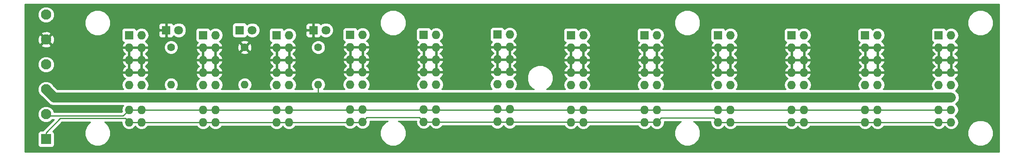
<source format=gbr>
G04 #@! TF.GenerationSoftware,KiCad,Pcbnew,5.0.2+dfsg1-1~bpo9+1*
G04 #@! TF.CreationDate,2019-10-18T22:52:31+02:00*
G04 #@! TF.ProjectId,busboard,62757362-6f61-4726-942e-6b696361645f,rev?*
G04 #@! TF.SameCoordinates,Original*
G04 #@! TF.FileFunction,Copper,L1,Top*
G04 #@! TF.FilePolarity,Positive*
%FSLAX46Y46*%
G04 Gerber Fmt 4.6, Leading zero omitted, Abs format (unit mm)*
G04 Created by KiCad (PCBNEW 5.0.2+dfsg1-1~bpo9+1) date Fri 18 Oct 2019 10:52:31 PM CEST*
%MOMM*%
%LPD*%
G01*
G04 APERTURE LIST*
G04 #@! TA.AperFunction,ComponentPad*
%ADD10O,1.727200X1.727200*%
G04 #@! TD*
G04 #@! TA.AperFunction,ComponentPad*
%ADD11R,1.727200X1.727200*%
G04 #@! TD*
G04 #@! TA.AperFunction,ComponentPad*
%ADD12R,2.100000X2.100000*%
G04 #@! TD*
G04 #@! TA.AperFunction,ComponentPad*
%ADD13C,2.100000*%
G04 #@! TD*
G04 #@! TA.AperFunction,ComponentPad*
%ADD14C,1.800000*%
G04 #@! TD*
G04 #@! TA.AperFunction,ComponentPad*
%ADD15R,1.800000X1.800000*%
G04 #@! TD*
G04 #@! TA.AperFunction,ComponentPad*
%ADD16O,1.600000X1.600000*%
G04 #@! TD*
G04 #@! TA.AperFunction,ComponentPad*
%ADD17C,1.600000*%
G04 #@! TD*
G04 #@! TA.AperFunction,Conductor*
%ADD18C,2.000000*%
G04 #@! TD*
G04 #@! TA.AperFunction,Conductor*
%ADD19C,0.250000*%
G04 #@! TD*
G04 #@! TA.AperFunction,Conductor*
%ADD20C,0.254000*%
G04 #@! TD*
G04 APERTURE END LIST*
D10*
G04 #@! TO.P,J1,16*
G04 #@! TO.N,/INT_GATE*
X66460000Y-75280000D03*
G04 #@! TO.P,J1,15*
X63920000Y-75280000D03*
G04 #@! TO.P,J1,14*
G04 #@! TO.N,/INT_CV*
X66460000Y-72740000D03*
G04 #@! TO.P,J1,13*
X63920000Y-72740000D03*
G04 #@! TO.P,J1,12*
G04 #@! TO.N,+5V*
X66460000Y-70200000D03*
G04 #@! TO.P,J1,11*
X63920000Y-70200000D03*
G04 #@! TO.P,J1,10*
G04 #@! TO.N,+12V*
X66460000Y-67660000D03*
G04 #@! TO.P,J1,9*
X63920000Y-67660000D03*
G04 #@! TO.P,J1,8*
G04 #@! TO.N,GND*
X66460000Y-65120000D03*
G04 #@! TO.P,J1,7*
X63920000Y-65120000D03*
G04 #@! TO.P,J1,6*
X66460000Y-62580000D03*
G04 #@! TO.P,J1,5*
X63920000Y-62580000D03*
G04 #@! TO.P,J1,4*
X66460000Y-60040000D03*
G04 #@! TO.P,J1,3*
X63920000Y-60040000D03*
G04 #@! TO.P,J1,2*
G04 #@! TO.N,-12V*
X66460000Y-57500000D03*
D11*
G04 #@! TO.P,J1,1*
X63920000Y-57500000D03*
G04 #@! TD*
D10*
G04 #@! TO.P,J2,16*
G04 #@! TO.N,/INT_GATE*
X81540000Y-75280000D03*
G04 #@! TO.P,J2,15*
X79000000Y-75280000D03*
G04 #@! TO.P,J2,14*
G04 #@! TO.N,/INT_CV*
X81540000Y-72740000D03*
G04 #@! TO.P,J2,13*
X79000000Y-72740000D03*
G04 #@! TO.P,J2,12*
G04 #@! TO.N,+5V*
X81540000Y-70200000D03*
G04 #@! TO.P,J2,11*
X79000000Y-70200000D03*
G04 #@! TO.P,J2,10*
G04 #@! TO.N,+12V*
X81540000Y-67660000D03*
G04 #@! TO.P,J2,9*
X79000000Y-67660000D03*
G04 #@! TO.P,J2,8*
G04 #@! TO.N,GND*
X81540000Y-65120000D03*
G04 #@! TO.P,J2,7*
X79000000Y-65120000D03*
G04 #@! TO.P,J2,6*
X81540000Y-62580000D03*
G04 #@! TO.P,J2,5*
X79000000Y-62580000D03*
G04 #@! TO.P,J2,4*
X81540000Y-60040000D03*
G04 #@! TO.P,J2,3*
X79000000Y-60040000D03*
G04 #@! TO.P,J2,2*
G04 #@! TO.N,-12V*
X81540000Y-57500000D03*
D11*
G04 #@! TO.P,J2,1*
X79000000Y-57500000D03*
G04 #@! TD*
D10*
G04 #@! TO.P,J3,16*
G04 #@! TO.N,/INT_GATE*
X96540000Y-75280000D03*
G04 #@! TO.P,J3,15*
X94000000Y-75280000D03*
G04 #@! TO.P,J3,14*
G04 #@! TO.N,/INT_CV*
X96540000Y-72740000D03*
G04 #@! TO.P,J3,13*
X94000000Y-72740000D03*
G04 #@! TO.P,J3,12*
G04 #@! TO.N,+5V*
X96540000Y-70200000D03*
G04 #@! TO.P,J3,11*
X94000000Y-70200000D03*
G04 #@! TO.P,J3,10*
G04 #@! TO.N,+12V*
X96540000Y-67660000D03*
G04 #@! TO.P,J3,9*
X94000000Y-67660000D03*
G04 #@! TO.P,J3,8*
G04 #@! TO.N,GND*
X96540000Y-65120000D03*
G04 #@! TO.P,J3,7*
X94000000Y-65120000D03*
G04 #@! TO.P,J3,6*
X96540000Y-62580000D03*
G04 #@! TO.P,J3,5*
X94000000Y-62580000D03*
G04 #@! TO.P,J3,4*
X96540000Y-60040000D03*
G04 #@! TO.P,J3,3*
X94000000Y-60040000D03*
G04 #@! TO.P,J3,2*
G04 #@! TO.N,-12V*
X96540000Y-57500000D03*
D11*
G04 #@! TO.P,J3,1*
X94000000Y-57500000D03*
G04 #@! TD*
D10*
G04 #@! TO.P,J4,16*
G04 #@! TO.N,/INT_GATE*
X111540000Y-75200000D03*
G04 #@! TO.P,J4,15*
X109000000Y-75200000D03*
G04 #@! TO.P,J4,14*
G04 #@! TO.N,/INT_CV*
X111540000Y-72660000D03*
G04 #@! TO.P,J4,13*
X109000000Y-72660000D03*
G04 #@! TO.P,J4,12*
G04 #@! TO.N,+5V*
X111540000Y-70120000D03*
G04 #@! TO.P,J4,11*
X109000000Y-70120000D03*
G04 #@! TO.P,J4,10*
G04 #@! TO.N,+12V*
X111540000Y-67580000D03*
G04 #@! TO.P,J4,9*
X109000000Y-67580000D03*
G04 #@! TO.P,J4,8*
G04 #@! TO.N,GND*
X111540000Y-65040000D03*
G04 #@! TO.P,J4,7*
X109000000Y-65040000D03*
G04 #@! TO.P,J4,6*
X111540000Y-62500000D03*
G04 #@! TO.P,J4,5*
X109000000Y-62500000D03*
G04 #@! TO.P,J4,4*
X111540000Y-59960000D03*
G04 #@! TO.P,J4,3*
X109000000Y-59960000D03*
G04 #@! TO.P,J4,2*
G04 #@! TO.N,-12V*
X111540000Y-57420000D03*
D11*
G04 #@! TO.P,J4,1*
X109000000Y-57420000D03*
G04 #@! TD*
D10*
G04 #@! TO.P,J5,16*
G04 #@! TO.N,/INT_GATE*
X126540000Y-75200000D03*
G04 #@! TO.P,J5,15*
X124000000Y-75200000D03*
G04 #@! TO.P,J5,14*
G04 #@! TO.N,/INT_CV*
X126540000Y-72660000D03*
G04 #@! TO.P,J5,13*
X124000000Y-72660000D03*
G04 #@! TO.P,J5,12*
G04 #@! TO.N,+5V*
X126540000Y-70120000D03*
G04 #@! TO.P,J5,11*
X124000000Y-70120000D03*
G04 #@! TO.P,J5,10*
G04 #@! TO.N,+12V*
X126540000Y-67580000D03*
G04 #@! TO.P,J5,9*
X124000000Y-67580000D03*
G04 #@! TO.P,J5,8*
G04 #@! TO.N,GND*
X126540000Y-65040000D03*
G04 #@! TO.P,J5,7*
X124000000Y-65040000D03*
G04 #@! TO.P,J5,6*
X126540000Y-62500000D03*
G04 #@! TO.P,J5,5*
X124000000Y-62500000D03*
G04 #@! TO.P,J5,4*
X126540000Y-59960000D03*
G04 #@! TO.P,J5,3*
X124000000Y-59960000D03*
G04 #@! TO.P,J5,2*
G04 #@! TO.N,-12V*
X126540000Y-57420000D03*
D11*
G04 #@! TO.P,J5,1*
X124000000Y-57420000D03*
G04 #@! TD*
D10*
G04 #@! TO.P,J6,16*
G04 #@! TO.N,/INT_GATE*
X141540000Y-75160000D03*
G04 #@! TO.P,J6,15*
X139000000Y-75160000D03*
G04 #@! TO.P,J6,14*
G04 #@! TO.N,/INT_CV*
X141540000Y-72620000D03*
G04 #@! TO.P,J6,13*
X139000000Y-72620000D03*
G04 #@! TO.P,J6,12*
G04 #@! TO.N,+5V*
X141540000Y-70080000D03*
G04 #@! TO.P,J6,11*
X139000000Y-70080000D03*
G04 #@! TO.P,J6,10*
G04 #@! TO.N,+12V*
X141540000Y-67540000D03*
G04 #@! TO.P,J6,9*
X139000000Y-67540000D03*
G04 #@! TO.P,J6,8*
G04 #@! TO.N,GND*
X141540000Y-65000000D03*
G04 #@! TO.P,J6,7*
X139000000Y-65000000D03*
G04 #@! TO.P,J6,6*
X141540000Y-62460000D03*
G04 #@! TO.P,J6,5*
X139000000Y-62460000D03*
G04 #@! TO.P,J6,4*
X141540000Y-59920000D03*
G04 #@! TO.P,J6,3*
X139000000Y-59920000D03*
G04 #@! TO.P,J6,2*
G04 #@! TO.N,-12V*
X141540000Y-57380000D03*
D11*
G04 #@! TO.P,J6,1*
X139000000Y-57380000D03*
G04 #@! TD*
D10*
G04 #@! TO.P,J7,16*
G04 #@! TO.N,/INT_GATE*
X156540000Y-75280000D03*
G04 #@! TO.P,J7,15*
X154000000Y-75280000D03*
G04 #@! TO.P,J7,14*
G04 #@! TO.N,/INT_CV*
X156540000Y-72740000D03*
G04 #@! TO.P,J7,13*
X154000000Y-72740000D03*
G04 #@! TO.P,J7,12*
G04 #@! TO.N,+5V*
X156540000Y-70200000D03*
G04 #@! TO.P,J7,11*
X154000000Y-70200000D03*
G04 #@! TO.P,J7,10*
G04 #@! TO.N,+12V*
X156540000Y-67660000D03*
G04 #@! TO.P,J7,9*
X154000000Y-67660000D03*
G04 #@! TO.P,J7,8*
G04 #@! TO.N,GND*
X156540000Y-65120000D03*
G04 #@! TO.P,J7,7*
X154000000Y-65120000D03*
G04 #@! TO.P,J7,6*
X156540000Y-62580000D03*
G04 #@! TO.P,J7,5*
X154000000Y-62580000D03*
G04 #@! TO.P,J7,4*
X156540000Y-60040000D03*
G04 #@! TO.P,J7,3*
X154000000Y-60040000D03*
G04 #@! TO.P,J7,2*
G04 #@! TO.N,-12V*
X156540000Y-57500000D03*
D11*
G04 #@! TO.P,J7,1*
X154000000Y-57500000D03*
G04 #@! TD*
D10*
G04 #@! TO.P,J8,16*
G04 #@! TO.N,/INT_GATE*
X171540000Y-75280000D03*
G04 #@! TO.P,J8,15*
X169000000Y-75280000D03*
G04 #@! TO.P,J8,14*
G04 #@! TO.N,/INT_CV*
X171540000Y-72740000D03*
G04 #@! TO.P,J8,13*
X169000000Y-72740000D03*
G04 #@! TO.P,J8,12*
G04 #@! TO.N,+5V*
X171540000Y-70200000D03*
G04 #@! TO.P,J8,11*
X169000000Y-70200000D03*
G04 #@! TO.P,J8,10*
G04 #@! TO.N,+12V*
X171540000Y-67660000D03*
G04 #@! TO.P,J8,9*
X169000000Y-67660000D03*
G04 #@! TO.P,J8,8*
G04 #@! TO.N,GND*
X171540000Y-65120000D03*
G04 #@! TO.P,J8,7*
X169000000Y-65120000D03*
G04 #@! TO.P,J8,6*
X171540000Y-62580000D03*
G04 #@! TO.P,J8,5*
X169000000Y-62580000D03*
G04 #@! TO.P,J8,4*
X171540000Y-60040000D03*
G04 #@! TO.P,J8,3*
X169000000Y-60040000D03*
G04 #@! TO.P,J8,2*
G04 #@! TO.N,-12V*
X171540000Y-57500000D03*
D11*
G04 #@! TO.P,J8,1*
X169000000Y-57500000D03*
G04 #@! TD*
D10*
G04 #@! TO.P,J9,16*
G04 #@! TO.N,/INT_GATE*
X186540000Y-75280000D03*
G04 #@! TO.P,J9,15*
X184000000Y-75280000D03*
G04 #@! TO.P,J9,14*
G04 #@! TO.N,/INT_CV*
X186540000Y-72740000D03*
G04 #@! TO.P,J9,13*
X184000000Y-72740000D03*
G04 #@! TO.P,J9,12*
G04 #@! TO.N,+5V*
X186540000Y-70200000D03*
G04 #@! TO.P,J9,11*
X184000000Y-70200000D03*
G04 #@! TO.P,J9,10*
G04 #@! TO.N,+12V*
X186540000Y-67660000D03*
G04 #@! TO.P,J9,9*
X184000000Y-67660000D03*
G04 #@! TO.P,J9,8*
G04 #@! TO.N,GND*
X186540000Y-65120000D03*
G04 #@! TO.P,J9,7*
X184000000Y-65120000D03*
G04 #@! TO.P,J9,6*
X186540000Y-62580000D03*
G04 #@! TO.P,J9,5*
X184000000Y-62580000D03*
G04 #@! TO.P,J9,4*
X186540000Y-60040000D03*
G04 #@! TO.P,J9,3*
X184000000Y-60040000D03*
G04 #@! TO.P,J9,2*
G04 #@! TO.N,-12V*
X186540000Y-57500000D03*
D11*
G04 #@! TO.P,J9,1*
X184000000Y-57500000D03*
G04 #@! TD*
D10*
G04 #@! TO.P,J10,16*
G04 #@! TO.N,/INT_GATE*
X201540000Y-75280000D03*
G04 #@! TO.P,J10,15*
X199000000Y-75280000D03*
G04 #@! TO.P,J10,14*
G04 #@! TO.N,/INT_CV*
X201540000Y-72740000D03*
G04 #@! TO.P,J10,13*
X199000000Y-72740000D03*
G04 #@! TO.P,J10,12*
G04 #@! TO.N,+5V*
X201540000Y-70200000D03*
G04 #@! TO.P,J10,11*
X199000000Y-70200000D03*
G04 #@! TO.P,J10,10*
G04 #@! TO.N,+12V*
X201540000Y-67660000D03*
G04 #@! TO.P,J10,9*
X199000000Y-67660000D03*
G04 #@! TO.P,J10,8*
G04 #@! TO.N,GND*
X201540000Y-65120000D03*
G04 #@! TO.P,J10,7*
X199000000Y-65120000D03*
G04 #@! TO.P,J10,6*
X201540000Y-62580000D03*
G04 #@! TO.P,J10,5*
X199000000Y-62580000D03*
G04 #@! TO.P,J10,4*
X201540000Y-60040000D03*
G04 #@! TO.P,J10,3*
X199000000Y-60040000D03*
G04 #@! TO.P,J10,2*
G04 #@! TO.N,-12V*
X201540000Y-57500000D03*
D11*
G04 #@! TO.P,J10,1*
X199000000Y-57500000D03*
G04 #@! TD*
D10*
G04 #@! TO.P,J11,16*
G04 #@! TO.N,/INT_GATE*
X216540000Y-75280000D03*
G04 #@! TO.P,J11,15*
X214000000Y-75280000D03*
G04 #@! TO.P,J11,14*
G04 #@! TO.N,/INT_CV*
X216540000Y-72740000D03*
G04 #@! TO.P,J11,13*
X214000000Y-72740000D03*
G04 #@! TO.P,J11,12*
G04 #@! TO.N,+5V*
X216540000Y-70200000D03*
G04 #@! TO.P,J11,11*
X214000000Y-70200000D03*
G04 #@! TO.P,J11,10*
G04 #@! TO.N,+12V*
X216540000Y-67660000D03*
G04 #@! TO.P,J11,9*
X214000000Y-67660000D03*
G04 #@! TO.P,J11,8*
G04 #@! TO.N,GND*
X216540000Y-65120000D03*
G04 #@! TO.P,J11,7*
X214000000Y-65120000D03*
G04 #@! TO.P,J11,6*
X216540000Y-62580000D03*
G04 #@! TO.P,J11,5*
X214000000Y-62580000D03*
G04 #@! TO.P,J11,4*
X216540000Y-60040000D03*
G04 #@! TO.P,J11,3*
X214000000Y-60040000D03*
G04 #@! TO.P,J11,2*
G04 #@! TO.N,-12V*
X216540000Y-57500000D03*
D11*
G04 #@! TO.P,J11,1*
X214000000Y-57500000D03*
G04 #@! TD*
D10*
G04 #@! TO.P,J12,16*
G04 #@! TO.N,/INT_GATE*
X231540000Y-75280000D03*
G04 #@! TO.P,J12,15*
X229000000Y-75280000D03*
G04 #@! TO.P,J12,14*
G04 #@! TO.N,/INT_CV*
X231540000Y-72740000D03*
G04 #@! TO.P,J12,13*
X229000000Y-72740000D03*
G04 #@! TO.P,J12,12*
G04 #@! TO.N,+5V*
X231540000Y-70200000D03*
G04 #@! TO.P,J12,11*
X229000000Y-70200000D03*
G04 #@! TO.P,J12,10*
G04 #@! TO.N,+12V*
X231540000Y-67660000D03*
G04 #@! TO.P,J12,9*
X229000000Y-67660000D03*
G04 #@! TO.P,J12,8*
G04 #@! TO.N,GND*
X231540000Y-65120000D03*
G04 #@! TO.P,J12,7*
X229000000Y-65120000D03*
G04 #@! TO.P,J12,6*
X231540000Y-62580000D03*
G04 #@! TO.P,J12,5*
X229000000Y-62580000D03*
G04 #@! TO.P,J12,4*
X231540000Y-60040000D03*
G04 #@! TO.P,J12,3*
X229000000Y-60040000D03*
G04 #@! TO.P,J12,2*
G04 #@! TO.N,-12V*
X231540000Y-57500000D03*
D11*
G04 #@! TO.P,J12,1*
X229000000Y-57500000D03*
G04 #@! TD*
D12*
G04 #@! TO.P,J13,1*
G04 #@! TO.N,/INT_GATE*
X46990000Y-78740000D03*
D13*
G04 #@! TO.P,J13,2*
G04 #@! TO.N,/INT_CV*
X46990000Y-73660000D03*
G04 #@! TO.P,J13,3*
G04 #@! TO.N,+5V*
X46990000Y-68580000D03*
G04 #@! TO.P,J13,4*
G04 #@! TO.N,+12V*
X46990000Y-63500000D03*
G04 #@! TO.P,J13,5*
G04 #@! TO.N,GND*
X46990000Y-58420000D03*
G04 #@! TO.P,J13,6*
G04 #@! TO.N,-12V*
X46990000Y-53340000D03*
G04 #@! TD*
D14*
G04 #@! TO.P,+12v,2*
G04 #@! TO.N,Net-(D1-Pad2)*
X74040000Y-56500000D03*
D15*
G04 #@! TO.P,+12v,1*
G04 #@! TO.N,GND*
X71500000Y-56500000D03*
G04 #@! TD*
G04 #@! TO.P,-12v,1*
G04 #@! TO.N,-12V*
X86500000Y-56500000D03*
D14*
G04 #@! TO.P,-12v,2*
G04 #@! TO.N,Net-(D2-Pad2)*
X89040000Y-56500000D03*
G04 #@! TD*
D15*
G04 #@! TO.P,+5v,1*
G04 #@! TO.N,GND*
X101500000Y-56500000D03*
D14*
G04 #@! TO.P,+5v,2*
G04 #@! TO.N,Net-(D3-Pad2)*
X104040000Y-56500000D03*
G04 #@! TD*
D16*
G04 #@! TO.P,R1,2*
G04 #@! TO.N,+12V*
X72500000Y-67620000D03*
D17*
G04 #@! TO.P,R1,1*
G04 #@! TO.N,Net-(D1-Pad2)*
X72500000Y-60000000D03*
G04 #@! TD*
G04 #@! TO.P,R2,1*
G04 #@! TO.N,GND*
X87500000Y-60000000D03*
D16*
G04 #@! TO.P,R2,2*
G04 #@! TO.N,Net-(D2-Pad2)*
X87500000Y-67620000D03*
G04 #@! TD*
D17*
G04 #@! TO.P,R3,1*
G04 #@! TO.N,Net-(D3-Pad2)*
X102500000Y-60000000D03*
D16*
G04 #@! TO.P,R3,2*
G04 #@! TO.N,+5V*
X102500000Y-67620000D03*
G04 #@! TD*
D18*
G04 #@! TO.N,+5V*
X48610000Y-70200000D02*
X63920000Y-70200000D01*
X46990000Y-68580000D02*
X48610000Y-70200000D01*
D19*
X102500000Y-70189000D02*
X102489000Y-70200000D01*
X102500000Y-67620000D02*
X102500000Y-70189000D01*
D18*
X102489000Y-70200000D02*
X231540000Y-70200000D01*
X63920000Y-70200000D02*
X102489000Y-70200000D01*
D19*
G04 #@! TO.N,/INT_CV*
X231540000Y-72740000D02*
X63920000Y-72740000D01*
X47330000Y-74000000D02*
X46990000Y-73660000D01*
X62660000Y-74000000D02*
X47330000Y-74000000D01*
X63920000Y-72740000D02*
X62660000Y-74000000D01*
G04 #@! TO.N,/INT_GATE*
X63920000Y-75280000D02*
X63140000Y-74500000D01*
X63140000Y-74500000D02*
X49930000Y-74500000D01*
X46990000Y-77440000D02*
X46990000Y-78740000D01*
X49930000Y-74500000D02*
X46990000Y-77440000D01*
X111460000Y-75280000D02*
X111540000Y-75200000D01*
X63920000Y-75280000D02*
X111460000Y-75280000D01*
X171460000Y-75200000D02*
X171540000Y-75280000D01*
X124000000Y-75200000D02*
X171460000Y-75200000D01*
X185221314Y-75280000D02*
X216540000Y-75280000D01*
X184000000Y-75280000D02*
X185221314Y-75280000D01*
X172403599Y-74416401D02*
X171540000Y-75280000D01*
X183136401Y-74416401D02*
X172403599Y-74416401D01*
X184000000Y-75280000D02*
X183136401Y-74416401D01*
X112403599Y-74336401D02*
X111540000Y-75200000D01*
X123136401Y-74336401D02*
X112403599Y-74336401D01*
X124000000Y-75200000D02*
X123136401Y-74336401D01*
X216540000Y-75280000D02*
X231540000Y-75280000D01*
G04 #@! TD*
D20*
G04 #@! TO.N,GND*
G36*
X241290001Y-81290000D02*
X42710000Y-81290000D01*
X42710000Y-77690000D01*
X45292560Y-77690000D01*
X45292560Y-79790000D01*
X45341843Y-80037765D01*
X45482191Y-80247809D01*
X45692235Y-80388157D01*
X45940000Y-80437440D01*
X48040000Y-80437440D01*
X48287765Y-80388157D01*
X48497809Y-80247809D01*
X48638157Y-80037765D01*
X48687440Y-79790000D01*
X48687440Y-77690000D01*
X48638157Y-77442235D01*
X48497809Y-77232191D01*
X48362813Y-77141989D01*
X50244802Y-75260000D01*
X56022251Y-75260000D01*
X56007392Y-75266155D01*
X55266155Y-76007392D01*
X54865000Y-76975866D01*
X54865000Y-78024134D01*
X55266155Y-78992608D01*
X56007392Y-79733845D01*
X56975866Y-80135000D01*
X58024134Y-80135000D01*
X58992608Y-79733845D01*
X59733845Y-78992608D01*
X60135000Y-78024134D01*
X60135000Y-76975866D01*
X59733845Y-76007392D01*
X58992608Y-75266155D01*
X58977749Y-75260000D01*
X62396019Y-75260000D01*
X62392041Y-75280000D01*
X62508350Y-75864725D01*
X62839570Y-76360430D01*
X63335275Y-76691650D01*
X63772402Y-76778600D01*
X64067598Y-76778600D01*
X64504725Y-76691650D01*
X65000430Y-76360430D01*
X65190000Y-76076719D01*
X65379570Y-76360430D01*
X65875275Y-76691650D01*
X66312402Y-76778600D01*
X66607598Y-76778600D01*
X67044725Y-76691650D01*
X67540430Y-76360430D01*
X67754535Y-76040000D01*
X77705465Y-76040000D01*
X77919570Y-76360430D01*
X78415275Y-76691650D01*
X78852402Y-76778600D01*
X79147598Y-76778600D01*
X79584725Y-76691650D01*
X80080430Y-76360430D01*
X80270000Y-76076719D01*
X80459570Y-76360430D01*
X80955275Y-76691650D01*
X81392402Y-76778600D01*
X81687598Y-76778600D01*
X82124725Y-76691650D01*
X82620430Y-76360430D01*
X82834535Y-76040000D01*
X92705465Y-76040000D01*
X92919570Y-76360430D01*
X93415275Y-76691650D01*
X93852402Y-76778600D01*
X94147598Y-76778600D01*
X94584725Y-76691650D01*
X95080430Y-76360430D01*
X95270000Y-76076719D01*
X95459570Y-76360430D01*
X95955275Y-76691650D01*
X96392402Y-76778600D01*
X96687598Y-76778600D01*
X97124725Y-76691650D01*
X97620430Y-76360430D01*
X97834535Y-76040000D01*
X107758920Y-76040000D01*
X107919570Y-76280430D01*
X108415275Y-76611650D01*
X108852402Y-76698600D01*
X109147598Y-76698600D01*
X109584725Y-76611650D01*
X110080430Y-76280430D01*
X110241080Y-76040000D01*
X110298920Y-76040000D01*
X110459570Y-76280430D01*
X110955275Y-76611650D01*
X111392402Y-76698600D01*
X111687598Y-76698600D01*
X112124725Y-76611650D01*
X112620430Y-76280430D01*
X112951650Y-75784725D01*
X113067959Y-75200000D01*
X113047352Y-75096401D01*
X116667214Y-75096401D01*
X116257392Y-75266155D01*
X115516155Y-76007392D01*
X115115000Y-76975866D01*
X115115000Y-78024134D01*
X115516155Y-78992608D01*
X116257392Y-79733845D01*
X117225866Y-80135000D01*
X118274134Y-80135000D01*
X119242608Y-79733845D01*
X119983845Y-78992608D01*
X120385000Y-78024134D01*
X120385000Y-76975866D01*
X119983845Y-76007392D01*
X119242608Y-75266155D01*
X118832786Y-75096401D01*
X122492648Y-75096401D01*
X122472041Y-75200000D01*
X122588350Y-75784725D01*
X122919570Y-76280430D01*
X123415275Y-76611650D01*
X123852402Y-76698600D01*
X124147598Y-76698600D01*
X124584725Y-76611650D01*
X125080430Y-76280430D01*
X125270000Y-75996719D01*
X125459570Y-76280430D01*
X125955275Y-76611650D01*
X126392402Y-76698600D01*
X126687598Y-76698600D01*
X127124725Y-76611650D01*
X127620430Y-76280430D01*
X127834535Y-75960000D01*
X137732192Y-75960000D01*
X137919570Y-76240430D01*
X138415275Y-76571650D01*
X138852402Y-76658600D01*
X139147598Y-76658600D01*
X139584725Y-76571650D01*
X140080430Y-76240430D01*
X140267808Y-75960000D01*
X140272192Y-75960000D01*
X140459570Y-76240430D01*
X140955275Y-76571650D01*
X141392402Y-76658600D01*
X141687598Y-76658600D01*
X142124725Y-76571650D01*
X142620430Y-76240430D01*
X142807808Y-75960000D01*
X152652011Y-75960000D01*
X152919570Y-76360430D01*
X153415275Y-76691650D01*
X153852402Y-76778600D01*
X154147598Y-76778600D01*
X154584725Y-76691650D01*
X155080430Y-76360430D01*
X155270000Y-76076719D01*
X155459570Y-76360430D01*
X155955275Y-76691650D01*
X156392402Y-76778600D01*
X156687598Y-76778600D01*
X157124725Y-76691650D01*
X157620430Y-76360430D01*
X157887989Y-75960000D01*
X167652011Y-75960000D01*
X167919570Y-76360430D01*
X168415275Y-76691650D01*
X168852402Y-76778600D01*
X169147598Y-76778600D01*
X169584725Y-76691650D01*
X170080430Y-76360430D01*
X170270000Y-76076719D01*
X170459570Y-76360430D01*
X170955275Y-76691650D01*
X171392402Y-76778600D01*
X171687598Y-76778600D01*
X172124725Y-76691650D01*
X172620430Y-76360430D01*
X172951650Y-75864725D01*
X173067959Y-75280000D01*
X173047352Y-75176401D01*
X176474077Y-75176401D01*
X176257392Y-75266155D01*
X175516155Y-76007392D01*
X175115000Y-76975866D01*
X175115000Y-78024134D01*
X175516155Y-78992608D01*
X176257392Y-79733845D01*
X177225866Y-80135000D01*
X178274134Y-80135000D01*
X179242608Y-79733845D01*
X179983845Y-78992608D01*
X180385000Y-78024134D01*
X180385000Y-76975866D01*
X234865000Y-76975866D01*
X234865000Y-78024134D01*
X235266155Y-78992608D01*
X236007392Y-79733845D01*
X236975866Y-80135000D01*
X238024134Y-80135000D01*
X238992608Y-79733845D01*
X239733845Y-78992608D01*
X240135000Y-78024134D01*
X240135000Y-76975866D01*
X239733845Y-76007392D01*
X238992608Y-75266155D01*
X238024134Y-74865000D01*
X236975866Y-74865000D01*
X236007392Y-75266155D01*
X235266155Y-76007392D01*
X234865000Y-76975866D01*
X180385000Y-76975866D01*
X179983845Y-76007392D01*
X179242608Y-75266155D01*
X179025923Y-75176401D01*
X182492648Y-75176401D01*
X182472041Y-75280000D01*
X182588350Y-75864725D01*
X182919570Y-76360430D01*
X183415275Y-76691650D01*
X183852402Y-76778600D01*
X184147598Y-76778600D01*
X184584725Y-76691650D01*
X185080430Y-76360430D01*
X185270000Y-76076719D01*
X185459570Y-76360430D01*
X185955275Y-76691650D01*
X186392402Y-76778600D01*
X186687598Y-76778600D01*
X187124725Y-76691650D01*
X187620430Y-76360430D01*
X187834535Y-76040000D01*
X197705465Y-76040000D01*
X197919570Y-76360430D01*
X198415275Y-76691650D01*
X198852402Y-76778600D01*
X199147598Y-76778600D01*
X199584725Y-76691650D01*
X200080430Y-76360430D01*
X200270000Y-76076719D01*
X200459570Y-76360430D01*
X200955275Y-76691650D01*
X201392402Y-76778600D01*
X201687598Y-76778600D01*
X202124725Y-76691650D01*
X202620430Y-76360430D01*
X202834535Y-76040000D01*
X212705465Y-76040000D01*
X212919570Y-76360430D01*
X213415275Y-76691650D01*
X213852402Y-76778600D01*
X214147598Y-76778600D01*
X214584725Y-76691650D01*
X215080430Y-76360430D01*
X215270000Y-76076719D01*
X215459570Y-76360430D01*
X215955275Y-76691650D01*
X216392402Y-76778600D01*
X216687598Y-76778600D01*
X217124725Y-76691650D01*
X217620430Y-76360430D01*
X217834535Y-76040000D01*
X227705465Y-76040000D01*
X227919570Y-76360430D01*
X228415275Y-76691650D01*
X228852402Y-76778600D01*
X229147598Y-76778600D01*
X229584725Y-76691650D01*
X230080430Y-76360430D01*
X230270000Y-76076719D01*
X230459570Y-76360430D01*
X230955275Y-76691650D01*
X231392402Y-76778600D01*
X231687598Y-76778600D01*
X232124725Y-76691650D01*
X232620430Y-76360430D01*
X232951650Y-75864725D01*
X233067959Y-75280000D01*
X232951650Y-74695275D01*
X232620430Y-74199570D01*
X232336719Y-74010000D01*
X232620430Y-73820430D01*
X232951650Y-73324725D01*
X233067959Y-72740000D01*
X232951650Y-72155275D01*
X232620430Y-71659570D01*
X232459475Y-71552023D01*
X232718769Y-71378769D01*
X233080136Y-70837945D01*
X233207031Y-70200000D01*
X233080136Y-69562055D01*
X232718769Y-69021231D01*
X232459475Y-68847977D01*
X232620430Y-68740430D01*
X232951650Y-68244725D01*
X233067959Y-67660000D01*
X232951650Y-67075275D01*
X232620430Y-66579570D01*
X232318979Y-66378146D01*
X232428490Y-66326821D01*
X232822688Y-65894947D01*
X232994958Y-65479026D01*
X232873817Y-65247000D01*
X231667000Y-65247000D01*
X231667000Y-65267000D01*
X231413000Y-65267000D01*
X231413000Y-65247000D01*
X229127000Y-65247000D01*
X229127000Y-65267000D01*
X228873000Y-65267000D01*
X228873000Y-65247000D01*
X227666183Y-65247000D01*
X227545042Y-65479026D01*
X227717312Y-65894947D01*
X228111510Y-66326821D01*
X228221021Y-66378146D01*
X227919570Y-66579570D01*
X227588350Y-67075275D01*
X227472041Y-67660000D01*
X227588350Y-68244725D01*
X227802351Y-68565000D01*
X217737649Y-68565000D01*
X217951650Y-68244725D01*
X218067959Y-67660000D01*
X217951650Y-67075275D01*
X217620430Y-66579570D01*
X217318979Y-66378146D01*
X217428490Y-66326821D01*
X217822688Y-65894947D01*
X217994958Y-65479026D01*
X217873817Y-65247000D01*
X216667000Y-65247000D01*
X216667000Y-65267000D01*
X216413000Y-65267000D01*
X216413000Y-65247000D01*
X214127000Y-65247000D01*
X214127000Y-65267000D01*
X213873000Y-65267000D01*
X213873000Y-65247000D01*
X212666183Y-65247000D01*
X212545042Y-65479026D01*
X212717312Y-65894947D01*
X213111510Y-66326821D01*
X213221021Y-66378146D01*
X212919570Y-66579570D01*
X212588350Y-67075275D01*
X212472041Y-67660000D01*
X212588350Y-68244725D01*
X212802351Y-68565000D01*
X202737649Y-68565000D01*
X202951650Y-68244725D01*
X203067959Y-67660000D01*
X202951650Y-67075275D01*
X202620430Y-66579570D01*
X202318979Y-66378146D01*
X202428490Y-66326821D01*
X202822688Y-65894947D01*
X202994958Y-65479026D01*
X202873817Y-65247000D01*
X201667000Y-65247000D01*
X201667000Y-65267000D01*
X201413000Y-65267000D01*
X201413000Y-65247000D01*
X199127000Y-65247000D01*
X199127000Y-65267000D01*
X198873000Y-65267000D01*
X198873000Y-65247000D01*
X197666183Y-65247000D01*
X197545042Y-65479026D01*
X197717312Y-65894947D01*
X198111510Y-66326821D01*
X198221021Y-66378146D01*
X197919570Y-66579570D01*
X197588350Y-67075275D01*
X197472041Y-67660000D01*
X197588350Y-68244725D01*
X197802351Y-68565000D01*
X187737649Y-68565000D01*
X187951650Y-68244725D01*
X188067959Y-67660000D01*
X187951650Y-67075275D01*
X187620430Y-66579570D01*
X187318979Y-66378146D01*
X187428490Y-66326821D01*
X187822688Y-65894947D01*
X187994958Y-65479026D01*
X187873817Y-65247000D01*
X186667000Y-65247000D01*
X186667000Y-65267000D01*
X186413000Y-65267000D01*
X186413000Y-65247000D01*
X184127000Y-65247000D01*
X184127000Y-65267000D01*
X183873000Y-65267000D01*
X183873000Y-65247000D01*
X182666183Y-65247000D01*
X182545042Y-65479026D01*
X182717312Y-65894947D01*
X183111510Y-66326821D01*
X183221021Y-66378146D01*
X182919570Y-66579570D01*
X182588350Y-67075275D01*
X182472041Y-67660000D01*
X182588350Y-68244725D01*
X182802351Y-68565000D01*
X172737649Y-68565000D01*
X172951650Y-68244725D01*
X173067959Y-67660000D01*
X172951650Y-67075275D01*
X172620430Y-66579570D01*
X172318979Y-66378146D01*
X172428490Y-66326821D01*
X172822688Y-65894947D01*
X172994958Y-65479026D01*
X172873817Y-65247000D01*
X171667000Y-65247000D01*
X171667000Y-65267000D01*
X171413000Y-65267000D01*
X171413000Y-65247000D01*
X169127000Y-65247000D01*
X169127000Y-65267000D01*
X168873000Y-65267000D01*
X168873000Y-65247000D01*
X167666183Y-65247000D01*
X167545042Y-65479026D01*
X167717312Y-65894947D01*
X168111510Y-66326821D01*
X168221021Y-66378146D01*
X167919570Y-66579570D01*
X167588350Y-67075275D01*
X167472041Y-67660000D01*
X167588350Y-68244725D01*
X167802351Y-68565000D01*
X157737649Y-68565000D01*
X157951650Y-68244725D01*
X158067959Y-67660000D01*
X157951650Y-67075275D01*
X157620430Y-66579570D01*
X157318979Y-66378146D01*
X157428490Y-66326821D01*
X157822688Y-65894947D01*
X157994958Y-65479026D01*
X157873817Y-65247000D01*
X156667000Y-65247000D01*
X156667000Y-65267000D01*
X156413000Y-65267000D01*
X156413000Y-65247000D01*
X154127000Y-65247000D01*
X154127000Y-65267000D01*
X153873000Y-65267000D01*
X153873000Y-65247000D01*
X152666183Y-65247000D01*
X152545042Y-65479026D01*
X152717312Y-65894947D01*
X153111510Y-66326821D01*
X153221021Y-66378146D01*
X152919570Y-66579570D01*
X152588350Y-67075275D01*
X152472041Y-67660000D01*
X152588350Y-68244725D01*
X152802351Y-68565000D01*
X149046682Y-68565000D01*
X149242608Y-68483845D01*
X149983845Y-67742608D01*
X150385000Y-66774134D01*
X150385000Y-65725866D01*
X149983845Y-64757392D01*
X149242608Y-64016155D01*
X148274134Y-63615000D01*
X147225866Y-63615000D01*
X146257392Y-64016155D01*
X145516155Y-64757392D01*
X145115000Y-65725866D01*
X145115000Y-66774134D01*
X145516155Y-67742608D01*
X146257392Y-68483845D01*
X146453318Y-68565000D01*
X142657467Y-68565000D01*
X142951650Y-68124725D01*
X143067959Y-67540000D01*
X142951650Y-66955275D01*
X142620430Y-66459570D01*
X142318979Y-66258146D01*
X142428490Y-66206821D01*
X142822688Y-65774947D01*
X142994958Y-65359026D01*
X142873817Y-65127000D01*
X141667000Y-65127000D01*
X141667000Y-65147000D01*
X141413000Y-65147000D01*
X141413000Y-65127000D01*
X139127000Y-65127000D01*
X139127000Y-65147000D01*
X138873000Y-65147000D01*
X138873000Y-65127000D01*
X137666183Y-65127000D01*
X137545042Y-65359026D01*
X137717312Y-65774947D01*
X138111510Y-66206821D01*
X138221021Y-66258146D01*
X137919570Y-66459570D01*
X137588350Y-66955275D01*
X137472041Y-67540000D01*
X137588350Y-68124725D01*
X137882533Y-68565000D01*
X127684194Y-68565000D01*
X127951650Y-68164725D01*
X128067959Y-67580000D01*
X127951650Y-66995275D01*
X127620430Y-66499570D01*
X127318979Y-66298146D01*
X127428490Y-66246821D01*
X127822688Y-65814947D01*
X127994958Y-65399026D01*
X127873817Y-65167000D01*
X126667000Y-65167000D01*
X126667000Y-65187000D01*
X126413000Y-65187000D01*
X126413000Y-65167000D01*
X124127000Y-65167000D01*
X124127000Y-65187000D01*
X123873000Y-65187000D01*
X123873000Y-65167000D01*
X122666183Y-65167000D01*
X122545042Y-65399026D01*
X122717312Y-65814947D01*
X123111510Y-66246821D01*
X123221021Y-66298146D01*
X122919570Y-66499570D01*
X122588350Y-66995275D01*
X122472041Y-67580000D01*
X122588350Y-68164725D01*
X122855806Y-68565000D01*
X112684194Y-68565000D01*
X112951650Y-68164725D01*
X113067959Y-67580000D01*
X112951650Y-66995275D01*
X112620430Y-66499570D01*
X112318979Y-66298146D01*
X112428490Y-66246821D01*
X112822688Y-65814947D01*
X112994958Y-65399026D01*
X112873817Y-65167000D01*
X111667000Y-65167000D01*
X111667000Y-65187000D01*
X111413000Y-65187000D01*
X111413000Y-65167000D01*
X109127000Y-65167000D01*
X109127000Y-65187000D01*
X108873000Y-65187000D01*
X108873000Y-65167000D01*
X107666183Y-65167000D01*
X107545042Y-65399026D01*
X107717312Y-65814947D01*
X108111510Y-66246821D01*
X108221021Y-66298146D01*
X107919570Y-66499570D01*
X107588350Y-66995275D01*
X107472041Y-67580000D01*
X107588350Y-68164725D01*
X107855806Y-68565000D01*
X103594430Y-68565000D01*
X103851740Y-68179909D01*
X103963113Y-67620000D01*
X103851740Y-67060091D01*
X103534577Y-66585423D01*
X103059909Y-66268260D01*
X102641333Y-66185000D01*
X102358667Y-66185000D01*
X101940091Y-66268260D01*
X101465423Y-66585423D01*
X101148260Y-67060091D01*
X101036887Y-67620000D01*
X101148260Y-68179909D01*
X101405570Y-68565000D01*
X97737649Y-68565000D01*
X97951650Y-68244725D01*
X98067959Y-67660000D01*
X97951650Y-67075275D01*
X97620430Y-66579570D01*
X97318979Y-66378146D01*
X97428490Y-66326821D01*
X97822688Y-65894947D01*
X97994958Y-65479026D01*
X97873817Y-65247000D01*
X96667000Y-65247000D01*
X96667000Y-65267000D01*
X96413000Y-65267000D01*
X96413000Y-65247000D01*
X94127000Y-65247000D01*
X94127000Y-65267000D01*
X93873000Y-65267000D01*
X93873000Y-65247000D01*
X92666183Y-65247000D01*
X92545042Y-65479026D01*
X92717312Y-65894947D01*
X93111510Y-66326821D01*
X93221021Y-66378146D01*
X92919570Y-66579570D01*
X92588350Y-67075275D01*
X92472041Y-67660000D01*
X92588350Y-68244725D01*
X92802351Y-68565000D01*
X88594430Y-68565000D01*
X88851740Y-68179909D01*
X88963113Y-67620000D01*
X88851740Y-67060091D01*
X88534577Y-66585423D01*
X88059909Y-66268260D01*
X87641333Y-66185000D01*
X87358667Y-66185000D01*
X86940091Y-66268260D01*
X86465423Y-66585423D01*
X86148260Y-67060091D01*
X86036887Y-67620000D01*
X86148260Y-68179909D01*
X86405570Y-68565000D01*
X82737649Y-68565000D01*
X82951650Y-68244725D01*
X83067959Y-67660000D01*
X82951650Y-67075275D01*
X82620430Y-66579570D01*
X82318979Y-66378146D01*
X82428490Y-66326821D01*
X82822688Y-65894947D01*
X82994958Y-65479026D01*
X82873817Y-65247000D01*
X81667000Y-65247000D01*
X81667000Y-65267000D01*
X81413000Y-65267000D01*
X81413000Y-65247000D01*
X79127000Y-65247000D01*
X79127000Y-65267000D01*
X78873000Y-65267000D01*
X78873000Y-65247000D01*
X77666183Y-65247000D01*
X77545042Y-65479026D01*
X77717312Y-65894947D01*
X78111510Y-66326821D01*
X78221021Y-66378146D01*
X77919570Y-66579570D01*
X77588350Y-67075275D01*
X77472041Y-67660000D01*
X77588350Y-68244725D01*
X77802351Y-68565000D01*
X73594430Y-68565000D01*
X73851740Y-68179909D01*
X73963113Y-67620000D01*
X73851740Y-67060091D01*
X73534577Y-66585423D01*
X73059909Y-66268260D01*
X72641333Y-66185000D01*
X72358667Y-66185000D01*
X71940091Y-66268260D01*
X71465423Y-66585423D01*
X71148260Y-67060091D01*
X71036887Y-67620000D01*
X71148260Y-68179909D01*
X71405570Y-68565000D01*
X67657649Y-68565000D01*
X67871650Y-68244725D01*
X67987959Y-67660000D01*
X67871650Y-67075275D01*
X67540430Y-66579570D01*
X67238979Y-66378146D01*
X67348490Y-66326821D01*
X67742688Y-65894947D01*
X67914958Y-65479026D01*
X67793817Y-65247000D01*
X66587000Y-65247000D01*
X66587000Y-65267000D01*
X66333000Y-65267000D01*
X66333000Y-65247000D01*
X64047000Y-65247000D01*
X64047000Y-65267000D01*
X63793000Y-65267000D01*
X63793000Y-65247000D01*
X62586183Y-65247000D01*
X62465042Y-65479026D01*
X62637312Y-65894947D01*
X63031510Y-66326821D01*
X63141021Y-66378146D01*
X62839570Y-66579570D01*
X62508350Y-67075275D01*
X62392041Y-67660000D01*
X62508350Y-68244725D01*
X62722351Y-68565000D01*
X49287239Y-68565000D01*
X48468475Y-67746236D01*
X48418474Y-67625524D01*
X47944476Y-67151526D01*
X47325167Y-66895000D01*
X46654833Y-66895000D01*
X46035524Y-67151526D01*
X45561526Y-67625524D01*
X45305000Y-68244833D01*
X45305000Y-68915167D01*
X45561526Y-69534476D01*
X46035524Y-70008474D01*
X46156236Y-70058475D01*
X47340014Y-71242252D01*
X47431231Y-71378769D01*
X47972055Y-71740136D01*
X48448969Y-71835000D01*
X48448970Y-71835000D01*
X48610000Y-71867031D01*
X48771030Y-71835000D01*
X62722351Y-71835000D01*
X62508350Y-72155275D01*
X62392041Y-72740000D01*
X62467225Y-73117974D01*
X62345199Y-73240000D01*
X48639861Y-73240000D01*
X48418474Y-72705524D01*
X47944476Y-72231526D01*
X47325167Y-71975000D01*
X46654833Y-71975000D01*
X46035524Y-72231526D01*
X45561526Y-72705524D01*
X45305000Y-73324833D01*
X45305000Y-73995167D01*
X45561526Y-74614476D01*
X46035524Y-75088474D01*
X46654833Y-75345000D01*
X47325167Y-75345000D01*
X47944476Y-75088474D01*
X48272950Y-74760000D01*
X48595198Y-74760000D01*
X46505530Y-76849669D01*
X46442071Y-76892071D01*
X46341518Y-77042560D01*
X45940000Y-77042560D01*
X45692235Y-77091843D01*
X45482191Y-77232191D01*
X45341843Y-77442235D01*
X45292560Y-77690000D01*
X42710000Y-77690000D01*
X42710000Y-63164833D01*
X45305000Y-63164833D01*
X45305000Y-63835167D01*
X45561526Y-64454476D01*
X46035524Y-64928474D01*
X46654833Y-65185000D01*
X47325167Y-65185000D01*
X47944476Y-64928474D01*
X48418474Y-64454476D01*
X48675000Y-63835167D01*
X48675000Y-63164833D01*
X48581468Y-62939026D01*
X62465042Y-62939026D01*
X62637312Y-63354947D01*
X63031510Y-63786821D01*
X63166313Y-63850000D01*
X63031510Y-63913179D01*
X62637312Y-64345053D01*
X62465042Y-64760974D01*
X62586183Y-64993000D01*
X63793000Y-64993000D01*
X63793000Y-62707000D01*
X64047000Y-62707000D01*
X64047000Y-64993000D01*
X66333000Y-64993000D01*
X66333000Y-62707000D01*
X66587000Y-62707000D01*
X66587000Y-64993000D01*
X67793817Y-64993000D01*
X67914958Y-64760974D01*
X67742688Y-64345053D01*
X67348490Y-63913179D01*
X67213687Y-63850000D01*
X67348490Y-63786821D01*
X67742688Y-63354947D01*
X67914958Y-62939026D01*
X77545042Y-62939026D01*
X77717312Y-63354947D01*
X78111510Y-63786821D01*
X78246313Y-63850000D01*
X78111510Y-63913179D01*
X77717312Y-64345053D01*
X77545042Y-64760974D01*
X77666183Y-64993000D01*
X78873000Y-64993000D01*
X78873000Y-62707000D01*
X79127000Y-62707000D01*
X79127000Y-64993000D01*
X81413000Y-64993000D01*
X81413000Y-62707000D01*
X81667000Y-62707000D01*
X81667000Y-64993000D01*
X82873817Y-64993000D01*
X82994958Y-64760974D01*
X82822688Y-64345053D01*
X82428490Y-63913179D01*
X82293687Y-63850000D01*
X82428490Y-63786821D01*
X82822688Y-63354947D01*
X82994958Y-62939026D01*
X92545042Y-62939026D01*
X92717312Y-63354947D01*
X93111510Y-63786821D01*
X93246313Y-63850000D01*
X93111510Y-63913179D01*
X92717312Y-64345053D01*
X92545042Y-64760974D01*
X92666183Y-64993000D01*
X93873000Y-64993000D01*
X93873000Y-62707000D01*
X94127000Y-62707000D01*
X94127000Y-64993000D01*
X96413000Y-64993000D01*
X96413000Y-62707000D01*
X96667000Y-62707000D01*
X96667000Y-64993000D01*
X97873817Y-64993000D01*
X97994958Y-64760974D01*
X97822688Y-64345053D01*
X97428490Y-63913179D01*
X97293687Y-63850000D01*
X97428490Y-63786821D01*
X97822688Y-63354947D01*
X97994958Y-62939026D01*
X97953190Y-62859026D01*
X107545042Y-62859026D01*
X107717312Y-63274947D01*
X108111510Y-63706821D01*
X108246313Y-63770000D01*
X108111510Y-63833179D01*
X107717312Y-64265053D01*
X107545042Y-64680974D01*
X107666183Y-64913000D01*
X108873000Y-64913000D01*
X108873000Y-62627000D01*
X109127000Y-62627000D01*
X109127000Y-64913000D01*
X111413000Y-64913000D01*
X111413000Y-62627000D01*
X111667000Y-62627000D01*
X111667000Y-64913000D01*
X112873817Y-64913000D01*
X112994958Y-64680974D01*
X112822688Y-64265053D01*
X112428490Y-63833179D01*
X112293687Y-63770000D01*
X112428490Y-63706821D01*
X112822688Y-63274947D01*
X112994958Y-62859026D01*
X122545042Y-62859026D01*
X122717312Y-63274947D01*
X123111510Y-63706821D01*
X123246313Y-63770000D01*
X123111510Y-63833179D01*
X122717312Y-64265053D01*
X122545042Y-64680974D01*
X122666183Y-64913000D01*
X123873000Y-64913000D01*
X123873000Y-62627000D01*
X124127000Y-62627000D01*
X124127000Y-64913000D01*
X126413000Y-64913000D01*
X126413000Y-62627000D01*
X126667000Y-62627000D01*
X126667000Y-64913000D01*
X127873817Y-64913000D01*
X127994958Y-64680974D01*
X127822688Y-64265053D01*
X127428490Y-63833179D01*
X127293687Y-63770000D01*
X127428490Y-63706821D01*
X127822688Y-63274947D01*
X127994958Y-62859026D01*
X127974074Y-62819026D01*
X137545042Y-62819026D01*
X137717312Y-63234947D01*
X138111510Y-63666821D01*
X138246313Y-63730000D01*
X138111510Y-63793179D01*
X137717312Y-64225053D01*
X137545042Y-64640974D01*
X137666183Y-64873000D01*
X138873000Y-64873000D01*
X138873000Y-62587000D01*
X139127000Y-62587000D01*
X139127000Y-64873000D01*
X141413000Y-64873000D01*
X141413000Y-62587000D01*
X141667000Y-62587000D01*
X141667000Y-64873000D01*
X142873817Y-64873000D01*
X142994958Y-64640974D01*
X142822688Y-64225053D01*
X142428490Y-63793179D01*
X142293687Y-63730000D01*
X142428490Y-63666821D01*
X142822688Y-63234947D01*
X142945255Y-62939026D01*
X152545042Y-62939026D01*
X152717312Y-63354947D01*
X153111510Y-63786821D01*
X153246313Y-63850000D01*
X153111510Y-63913179D01*
X152717312Y-64345053D01*
X152545042Y-64760974D01*
X152666183Y-64993000D01*
X153873000Y-64993000D01*
X153873000Y-62707000D01*
X154127000Y-62707000D01*
X154127000Y-64993000D01*
X156413000Y-64993000D01*
X156413000Y-62707000D01*
X156667000Y-62707000D01*
X156667000Y-64993000D01*
X157873817Y-64993000D01*
X157994958Y-64760974D01*
X157822688Y-64345053D01*
X157428490Y-63913179D01*
X157293687Y-63850000D01*
X157428490Y-63786821D01*
X157822688Y-63354947D01*
X157994958Y-62939026D01*
X167545042Y-62939026D01*
X167717312Y-63354947D01*
X168111510Y-63786821D01*
X168246313Y-63850000D01*
X168111510Y-63913179D01*
X167717312Y-64345053D01*
X167545042Y-64760974D01*
X167666183Y-64993000D01*
X168873000Y-64993000D01*
X168873000Y-62707000D01*
X169127000Y-62707000D01*
X169127000Y-64993000D01*
X171413000Y-64993000D01*
X171413000Y-62707000D01*
X171667000Y-62707000D01*
X171667000Y-64993000D01*
X172873817Y-64993000D01*
X172994958Y-64760974D01*
X172822688Y-64345053D01*
X172428490Y-63913179D01*
X172293687Y-63850000D01*
X172428490Y-63786821D01*
X172822688Y-63354947D01*
X172994958Y-62939026D01*
X182545042Y-62939026D01*
X182717312Y-63354947D01*
X183111510Y-63786821D01*
X183246313Y-63850000D01*
X183111510Y-63913179D01*
X182717312Y-64345053D01*
X182545042Y-64760974D01*
X182666183Y-64993000D01*
X183873000Y-64993000D01*
X183873000Y-62707000D01*
X184127000Y-62707000D01*
X184127000Y-64993000D01*
X186413000Y-64993000D01*
X186413000Y-62707000D01*
X186667000Y-62707000D01*
X186667000Y-64993000D01*
X187873817Y-64993000D01*
X187994958Y-64760974D01*
X187822688Y-64345053D01*
X187428490Y-63913179D01*
X187293687Y-63850000D01*
X187428490Y-63786821D01*
X187822688Y-63354947D01*
X187994958Y-62939026D01*
X197545042Y-62939026D01*
X197717312Y-63354947D01*
X198111510Y-63786821D01*
X198246313Y-63850000D01*
X198111510Y-63913179D01*
X197717312Y-64345053D01*
X197545042Y-64760974D01*
X197666183Y-64993000D01*
X198873000Y-64993000D01*
X198873000Y-62707000D01*
X199127000Y-62707000D01*
X199127000Y-64993000D01*
X201413000Y-64993000D01*
X201413000Y-62707000D01*
X201667000Y-62707000D01*
X201667000Y-64993000D01*
X202873817Y-64993000D01*
X202994958Y-64760974D01*
X202822688Y-64345053D01*
X202428490Y-63913179D01*
X202293687Y-63850000D01*
X202428490Y-63786821D01*
X202822688Y-63354947D01*
X202994958Y-62939026D01*
X212545042Y-62939026D01*
X212717312Y-63354947D01*
X213111510Y-63786821D01*
X213246313Y-63850000D01*
X213111510Y-63913179D01*
X212717312Y-64345053D01*
X212545042Y-64760974D01*
X212666183Y-64993000D01*
X213873000Y-64993000D01*
X213873000Y-62707000D01*
X214127000Y-62707000D01*
X214127000Y-64993000D01*
X216413000Y-64993000D01*
X216413000Y-62707000D01*
X216667000Y-62707000D01*
X216667000Y-64993000D01*
X217873817Y-64993000D01*
X217994958Y-64760974D01*
X217822688Y-64345053D01*
X217428490Y-63913179D01*
X217293687Y-63850000D01*
X217428490Y-63786821D01*
X217822688Y-63354947D01*
X217994958Y-62939026D01*
X227545042Y-62939026D01*
X227717312Y-63354947D01*
X228111510Y-63786821D01*
X228246313Y-63850000D01*
X228111510Y-63913179D01*
X227717312Y-64345053D01*
X227545042Y-64760974D01*
X227666183Y-64993000D01*
X228873000Y-64993000D01*
X228873000Y-62707000D01*
X229127000Y-62707000D01*
X229127000Y-64993000D01*
X231413000Y-64993000D01*
X231413000Y-62707000D01*
X231667000Y-62707000D01*
X231667000Y-64993000D01*
X232873817Y-64993000D01*
X232994958Y-64760974D01*
X232822688Y-64345053D01*
X232428490Y-63913179D01*
X232293687Y-63850000D01*
X232428490Y-63786821D01*
X232822688Y-63354947D01*
X232994958Y-62939026D01*
X232873817Y-62707000D01*
X231667000Y-62707000D01*
X231413000Y-62707000D01*
X229127000Y-62707000D01*
X228873000Y-62707000D01*
X227666183Y-62707000D01*
X227545042Y-62939026D01*
X217994958Y-62939026D01*
X217873817Y-62707000D01*
X216667000Y-62707000D01*
X216413000Y-62707000D01*
X214127000Y-62707000D01*
X213873000Y-62707000D01*
X212666183Y-62707000D01*
X212545042Y-62939026D01*
X202994958Y-62939026D01*
X202873817Y-62707000D01*
X201667000Y-62707000D01*
X201413000Y-62707000D01*
X199127000Y-62707000D01*
X198873000Y-62707000D01*
X197666183Y-62707000D01*
X197545042Y-62939026D01*
X187994958Y-62939026D01*
X187873817Y-62707000D01*
X186667000Y-62707000D01*
X186413000Y-62707000D01*
X184127000Y-62707000D01*
X183873000Y-62707000D01*
X182666183Y-62707000D01*
X182545042Y-62939026D01*
X172994958Y-62939026D01*
X172873817Y-62707000D01*
X171667000Y-62707000D01*
X171413000Y-62707000D01*
X169127000Y-62707000D01*
X168873000Y-62707000D01*
X167666183Y-62707000D01*
X167545042Y-62939026D01*
X157994958Y-62939026D01*
X157873817Y-62707000D01*
X156667000Y-62707000D01*
X156413000Y-62707000D01*
X154127000Y-62707000D01*
X153873000Y-62707000D01*
X152666183Y-62707000D01*
X152545042Y-62939026D01*
X142945255Y-62939026D01*
X142994958Y-62819026D01*
X142873817Y-62587000D01*
X141667000Y-62587000D01*
X141413000Y-62587000D01*
X139127000Y-62587000D01*
X138873000Y-62587000D01*
X137666183Y-62587000D01*
X137545042Y-62819026D01*
X127974074Y-62819026D01*
X127873817Y-62627000D01*
X126667000Y-62627000D01*
X126413000Y-62627000D01*
X124127000Y-62627000D01*
X123873000Y-62627000D01*
X122666183Y-62627000D01*
X122545042Y-62859026D01*
X112994958Y-62859026D01*
X112873817Y-62627000D01*
X111667000Y-62627000D01*
X111413000Y-62627000D01*
X109127000Y-62627000D01*
X108873000Y-62627000D01*
X107666183Y-62627000D01*
X107545042Y-62859026D01*
X97953190Y-62859026D01*
X97873817Y-62707000D01*
X96667000Y-62707000D01*
X96413000Y-62707000D01*
X94127000Y-62707000D01*
X93873000Y-62707000D01*
X92666183Y-62707000D01*
X92545042Y-62939026D01*
X82994958Y-62939026D01*
X82873817Y-62707000D01*
X81667000Y-62707000D01*
X81413000Y-62707000D01*
X79127000Y-62707000D01*
X78873000Y-62707000D01*
X77666183Y-62707000D01*
X77545042Y-62939026D01*
X67914958Y-62939026D01*
X67793817Y-62707000D01*
X66587000Y-62707000D01*
X66333000Y-62707000D01*
X64047000Y-62707000D01*
X63793000Y-62707000D01*
X62586183Y-62707000D01*
X62465042Y-62939026D01*
X48581468Y-62939026D01*
X48418474Y-62545524D01*
X47944476Y-62071526D01*
X47325167Y-61815000D01*
X46654833Y-61815000D01*
X46035524Y-62071526D01*
X45561526Y-62545524D01*
X45305000Y-63164833D01*
X42710000Y-63164833D01*
X42710000Y-60399026D01*
X62465042Y-60399026D01*
X62637312Y-60814947D01*
X63031510Y-61246821D01*
X63166313Y-61310000D01*
X63031510Y-61373179D01*
X62637312Y-61805053D01*
X62465042Y-62220974D01*
X62586183Y-62453000D01*
X63793000Y-62453000D01*
X63793000Y-60167000D01*
X64047000Y-60167000D01*
X64047000Y-62453000D01*
X66333000Y-62453000D01*
X66333000Y-60167000D01*
X66587000Y-60167000D01*
X66587000Y-62453000D01*
X67793817Y-62453000D01*
X67914958Y-62220974D01*
X67742688Y-61805053D01*
X67348490Y-61373179D01*
X67213687Y-61310000D01*
X67348490Y-61246821D01*
X67742688Y-60814947D01*
X67914958Y-60399026D01*
X67793817Y-60167000D01*
X66587000Y-60167000D01*
X66333000Y-60167000D01*
X64047000Y-60167000D01*
X63793000Y-60167000D01*
X62586183Y-60167000D01*
X62465042Y-60399026D01*
X42710000Y-60399026D01*
X42710000Y-59608703D01*
X45980902Y-59608703D01*
X46085687Y-59880745D01*
X46713526Y-60115619D01*
X47383456Y-60092349D01*
X47894313Y-59880745D01*
X47999098Y-59608703D01*
X46990000Y-58599605D01*
X45980902Y-59608703D01*
X42710000Y-59608703D01*
X42710000Y-58143526D01*
X45294381Y-58143526D01*
X45317651Y-58813456D01*
X45529255Y-59324313D01*
X45801297Y-59429098D01*
X46810395Y-58420000D01*
X47169605Y-58420000D01*
X48178703Y-59429098D01*
X48450745Y-59324313D01*
X48685619Y-58696474D01*
X48662349Y-58026544D01*
X48450745Y-57515687D01*
X48178703Y-57410902D01*
X47169605Y-58420000D01*
X46810395Y-58420000D01*
X45801297Y-57410902D01*
X45529255Y-57515687D01*
X45294381Y-58143526D01*
X42710000Y-58143526D01*
X42710000Y-57231297D01*
X45980902Y-57231297D01*
X46990000Y-58240395D01*
X47999098Y-57231297D01*
X47894313Y-56959255D01*
X47266474Y-56724381D01*
X46596544Y-56747651D01*
X46085687Y-56959255D01*
X45980902Y-57231297D01*
X42710000Y-57231297D01*
X42710000Y-53004833D01*
X45305000Y-53004833D01*
X45305000Y-53675167D01*
X45561526Y-54294476D01*
X46035524Y-54768474D01*
X46654833Y-55025000D01*
X47325167Y-55025000D01*
X47944476Y-54768474D01*
X48237084Y-54475866D01*
X54865000Y-54475866D01*
X54865000Y-55524134D01*
X55266155Y-56492608D01*
X56007392Y-57233845D01*
X56975866Y-57635000D01*
X58024134Y-57635000D01*
X58992608Y-57233845D01*
X59590053Y-56636400D01*
X62408960Y-56636400D01*
X62408960Y-58363600D01*
X62458243Y-58611365D01*
X62598591Y-58821409D01*
X62808635Y-58961757D01*
X62897936Y-58979520D01*
X62637312Y-59265053D01*
X62465042Y-59680974D01*
X62586183Y-59913000D01*
X63793000Y-59913000D01*
X63793000Y-59893000D01*
X64047000Y-59893000D01*
X64047000Y-59913000D01*
X66333000Y-59913000D01*
X66333000Y-59893000D01*
X66587000Y-59893000D01*
X66587000Y-59913000D01*
X67793817Y-59913000D01*
X67897422Y-59714561D01*
X71065000Y-59714561D01*
X71065000Y-60285439D01*
X71283466Y-60812862D01*
X71687138Y-61216534D01*
X72214561Y-61435000D01*
X72785439Y-61435000D01*
X73312862Y-61216534D01*
X73716534Y-60812862D01*
X73887950Y-60399026D01*
X77545042Y-60399026D01*
X77717312Y-60814947D01*
X78111510Y-61246821D01*
X78246313Y-61310000D01*
X78111510Y-61373179D01*
X77717312Y-61805053D01*
X77545042Y-62220974D01*
X77666183Y-62453000D01*
X78873000Y-62453000D01*
X78873000Y-60167000D01*
X79127000Y-60167000D01*
X79127000Y-62453000D01*
X81413000Y-62453000D01*
X81413000Y-60167000D01*
X81667000Y-60167000D01*
X81667000Y-62453000D01*
X82873817Y-62453000D01*
X82994958Y-62220974D01*
X82822688Y-61805053D01*
X82428490Y-61373179D01*
X82293687Y-61310000D01*
X82428490Y-61246821D01*
X82646709Y-61007745D01*
X86671861Y-61007745D01*
X86745995Y-61253864D01*
X87283223Y-61446965D01*
X87853454Y-61419778D01*
X88254005Y-61253864D01*
X88328139Y-61007745D01*
X87500000Y-60179605D01*
X86671861Y-61007745D01*
X82646709Y-61007745D01*
X82822688Y-60814947D01*
X82994958Y-60399026D01*
X82873817Y-60167000D01*
X81667000Y-60167000D01*
X81413000Y-60167000D01*
X79127000Y-60167000D01*
X78873000Y-60167000D01*
X77666183Y-60167000D01*
X77545042Y-60399026D01*
X73887950Y-60399026D01*
X73935000Y-60285439D01*
X73935000Y-59714561D01*
X73716534Y-59187138D01*
X73312862Y-58783466D01*
X72785439Y-58565000D01*
X72214561Y-58565000D01*
X71687138Y-58783466D01*
X71283466Y-59187138D01*
X71065000Y-59714561D01*
X67897422Y-59714561D01*
X67914958Y-59680974D01*
X67742688Y-59265053D01*
X67348490Y-58833179D01*
X67238979Y-58781854D01*
X67540430Y-58580430D01*
X67871650Y-58084725D01*
X67987959Y-57500000D01*
X67871650Y-56915275D01*
X67785105Y-56785750D01*
X69965000Y-56785750D01*
X69965000Y-57526310D01*
X70061673Y-57759699D01*
X70240302Y-57938327D01*
X70473691Y-58035000D01*
X71214250Y-58035000D01*
X71373000Y-57876250D01*
X71373000Y-56627000D01*
X70123750Y-56627000D01*
X69965000Y-56785750D01*
X67785105Y-56785750D01*
X67540430Y-56419570D01*
X67044725Y-56088350D01*
X66607598Y-56001400D01*
X66312402Y-56001400D01*
X65875275Y-56088350D01*
X65386932Y-56414651D01*
X65381757Y-56388635D01*
X65241409Y-56178591D01*
X65031365Y-56038243D01*
X64783600Y-55988960D01*
X63056400Y-55988960D01*
X62808635Y-56038243D01*
X62598591Y-56178591D01*
X62458243Y-56388635D01*
X62408960Y-56636400D01*
X59590053Y-56636400D01*
X59733845Y-56492608D01*
X60135000Y-55524134D01*
X60135000Y-55473690D01*
X69965000Y-55473690D01*
X69965000Y-56214250D01*
X70123750Y-56373000D01*
X71373000Y-56373000D01*
X71373000Y-55123750D01*
X71627000Y-55123750D01*
X71627000Y-56373000D01*
X71647000Y-56373000D01*
X71647000Y-56627000D01*
X71627000Y-56627000D01*
X71627000Y-57876250D01*
X71785750Y-58035000D01*
X72526309Y-58035000D01*
X72759698Y-57938327D01*
X72938327Y-57759699D01*
X72994139Y-57624956D01*
X73170493Y-57801310D01*
X73734670Y-58035000D01*
X74345330Y-58035000D01*
X74909507Y-57801310D01*
X75341310Y-57369507D01*
X75575000Y-56805330D01*
X75575000Y-56636400D01*
X77488960Y-56636400D01*
X77488960Y-58363600D01*
X77538243Y-58611365D01*
X77678591Y-58821409D01*
X77888635Y-58961757D01*
X77977936Y-58979520D01*
X77717312Y-59265053D01*
X77545042Y-59680974D01*
X77666183Y-59913000D01*
X78873000Y-59913000D01*
X78873000Y-59893000D01*
X79127000Y-59893000D01*
X79127000Y-59913000D01*
X81413000Y-59913000D01*
X81413000Y-59893000D01*
X81667000Y-59893000D01*
X81667000Y-59913000D01*
X82873817Y-59913000D01*
X82941573Y-59783223D01*
X86053035Y-59783223D01*
X86080222Y-60353454D01*
X86246136Y-60754005D01*
X86492255Y-60828139D01*
X87320395Y-60000000D01*
X87679605Y-60000000D01*
X88507745Y-60828139D01*
X88753864Y-60754005D01*
X88881457Y-60399026D01*
X92545042Y-60399026D01*
X92717312Y-60814947D01*
X93111510Y-61246821D01*
X93246313Y-61310000D01*
X93111510Y-61373179D01*
X92717312Y-61805053D01*
X92545042Y-62220974D01*
X92666183Y-62453000D01*
X93873000Y-62453000D01*
X93873000Y-60167000D01*
X94127000Y-60167000D01*
X94127000Y-62453000D01*
X96413000Y-62453000D01*
X96413000Y-60167000D01*
X96667000Y-60167000D01*
X96667000Y-62453000D01*
X97873817Y-62453000D01*
X97994958Y-62220974D01*
X97822688Y-61805053D01*
X97428490Y-61373179D01*
X97293687Y-61310000D01*
X97428490Y-61246821D01*
X97822688Y-60814947D01*
X97994958Y-60399026D01*
X97873817Y-60167000D01*
X96667000Y-60167000D01*
X96413000Y-60167000D01*
X94127000Y-60167000D01*
X93873000Y-60167000D01*
X92666183Y-60167000D01*
X92545042Y-60399026D01*
X88881457Y-60399026D01*
X88946965Y-60216777D01*
X88919778Y-59646546D01*
X88753864Y-59245995D01*
X88507745Y-59171861D01*
X87679605Y-60000000D01*
X87320395Y-60000000D01*
X86492255Y-59171861D01*
X86246136Y-59245995D01*
X86053035Y-59783223D01*
X82941573Y-59783223D01*
X82994958Y-59680974D01*
X82822688Y-59265053D01*
X82573689Y-58992255D01*
X86671861Y-58992255D01*
X87500000Y-59820395D01*
X88328139Y-58992255D01*
X88254005Y-58746136D01*
X87716777Y-58553035D01*
X87146546Y-58580222D01*
X86745995Y-58746136D01*
X86671861Y-58992255D01*
X82573689Y-58992255D01*
X82428490Y-58833179D01*
X82318979Y-58781854D01*
X82620430Y-58580430D01*
X82951650Y-58084725D01*
X83067959Y-57500000D01*
X82951650Y-56915275D01*
X82620430Y-56419570D01*
X82124725Y-56088350D01*
X81687598Y-56001400D01*
X81392402Y-56001400D01*
X80955275Y-56088350D01*
X80466932Y-56414651D01*
X80461757Y-56388635D01*
X80321409Y-56178591D01*
X80111365Y-56038243D01*
X79863600Y-55988960D01*
X78136400Y-55988960D01*
X77888635Y-56038243D01*
X77678591Y-56178591D01*
X77538243Y-56388635D01*
X77488960Y-56636400D01*
X75575000Y-56636400D01*
X75575000Y-56194670D01*
X75341310Y-55630493D01*
X75310817Y-55600000D01*
X84952560Y-55600000D01*
X84952560Y-57400000D01*
X85001843Y-57647765D01*
X85142191Y-57857809D01*
X85352235Y-57998157D01*
X85600000Y-58047440D01*
X87400000Y-58047440D01*
X87647765Y-57998157D01*
X87857809Y-57857809D01*
X87998157Y-57647765D01*
X88001275Y-57632092D01*
X88170493Y-57801310D01*
X88734670Y-58035000D01*
X89345330Y-58035000D01*
X89909507Y-57801310D01*
X90341310Y-57369507D01*
X90575000Y-56805330D01*
X90575000Y-56636400D01*
X92488960Y-56636400D01*
X92488960Y-58363600D01*
X92538243Y-58611365D01*
X92678591Y-58821409D01*
X92888635Y-58961757D01*
X92977936Y-58979520D01*
X92717312Y-59265053D01*
X92545042Y-59680974D01*
X92666183Y-59913000D01*
X93873000Y-59913000D01*
X93873000Y-59893000D01*
X94127000Y-59893000D01*
X94127000Y-59913000D01*
X96413000Y-59913000D01*
X96413000Y-59893000D01*
X96667000Y-59893000D01*
X96667000Y-59913000D01*
X97873817Y-59913000D01*
X97977422Y-59714561D01*
X101065000Y-59714561D01*
X101065000Y-60285439D01*
X101283466Y-60812862D01*
X101687138Y-61216534D01*
X102214561Y-61435000D01*
X102785439Y-61435000D01*
X103312862Y-61216534D01*
X103716534Y-60812862D01*
X103921087Y-60319026D01*
X107545042Y-60319026D01*
X107717312Y-60734947D01*
X108111510Y-61166821D01*
X108246313Y-61230000D01*
X108111510Y-61293179D01*
X107717312Y-61725053D01*
X107545042Y-62140974D01*
X107666183Y-62373000D01*
X108873000Y-62373000D01*
X108873000Y-60087000D01*
X109127000Y-60087000D01*
X109127000Y-62373000D01*
X111413000Y-62373000D01*
X111413000Y-60087000D01*
X111667000Y-60087000D01*
X111667000Y-62373000D01*
X112873817Y-62373000D01*
X112994958Y-62140974D01*
X112822688Y-61725053D01*
X112428490Y-61293179D01*
X112293687Y-61230000D01*
X112428490Y-61166821D01*
X112822688Y-60734947D01*
X112994958Y-60319026D01*
X122545042Y-60319026D01*
X122717312Y-60734947D01*
X123111510Y-61166821D01*
X123246313Y-61230000D01*
X123111510Y-61293179D01*
X122717312Y-61725053D01*
X122545042Y-62140974D01*
X122666183Y-62373000D01*
X123873000Y-62373000D01*
X123873000Y-60087000D01*
X124127000Y-60087000D01*
X124127000Y-62373000D01*
X126413000Y-62373000D01*
X126413000Y-60087000D01*
X126667000Y-60087000D01*
X126667000Y-62373000D01*
X127873817Y-62373000D01*
X127994958Y-62140974D01*
X127822688Y-61725053D01*
X127428490Y-61293179D01*
X127293687Y-61230000D01*
X127428490Y-61166821D01*
X127822688Y-60734947D01*
X127994958Y-60319026D01*
X127974074Y-60279026D01*
X137545042Y-60279026D01*
X137717312Y-60694947D01*
X138111510Y-61126821D01*
X138246313Y-61190000D01*
X138111510Y-61253179D01*
X137717312Y-61685053D01*
X137545042Y-62100974D01*
X137666183Y-62333000D01*
X138873000Y-62333000D01*
X138873000Y-60047000D01*
X139127000Y-60047000D01*
X139127000Y-62333000D01*
X141413000Y-62333000D01*
X141413000Y-60047000D01*
X141667000Y-60047000D01*
X141667000Y-62333000D01*
X142873817Y-62333000D01*
X142994958Y-62100974D01*
X142822688Y-61685053D01*
X142428490Y-61253179D01*
X142293687Y-61190000D01*
X142428490Y-61126821D01*
X142822688Y-60694947D01*
X142945255Y-60399026D01*
X152545042Y-60399026D01*
X152717312Y-60814947D01*
X153111510Y-61246821D01*
X153246313Y-61310000D01*
X153111510Y-61373179D01*
X152717312Y-61805053D01*
X152545042Y-62220974D01*
X152666183Y-62453000D01*
X153873000Y-62453000D01*
X153873000Y-60167000D01*
X154127000Y-60167000D01*
X154127000Y-62453000D01*
X156413000Y-62453000D01*
X156413000Y-60167000D01*
X156667000Y-60167000D01*
X156667000Y-62453000D01*
X157873817Y-62453000D01*
X157994958Y-62220974D01*
X157822688Y-61805053D01*
X157428490Y-61373179D01*
X157293687Y-61310000D01*
X157428490Y-61246821D01*
X157822688Y-60814947D01*
X157994958Y-60399026D01*
X167545042Y-60399026D01*
X167717312Y-60814947D01*
X168111510Y-61246821D01*
X168246313Y-61310000D01*
X168111510Y-61373179D01*
X167717312Y-61805053D01*
X167545042Y-62220974D01*
X167666183Y-62453000D01*
X168873000Y-62453000D01*
X168873000Y-60167000D01*
X169127000Y-60167000D01*
X169127000Y-62453000D01*
X171413000Y-62453000D01*
X171413000Y-60167000D01*
X171667000Y-60167000D01*
X171667000Y-62453000D01*
X172873817Y-62453000D01*
X172994958Y-62220974D01*
X172822688Y-61805053D01*
X172428490Y-61373179D01*
X172293687Y-61310000D01*
X172428490Y-61246821D01*
X172822688Y-60814947D01*
X172994958Y-60399026D01*
X182545042Y-60399026D01*
X182717312Y-60814947D01*
X183111510Y-61246821D01*
X183246313Y-61310000D01*
X183111510Y-61373179D01*
X182717312Y-61805053D01*
X182545042Y-62220974D01*
X182666183Y-62453000D01*
X183873000Y-62453000D01*
X183873000Y-60167000D01*
X184127000Y-60167000D01*
X184127000Y-62453000D01*
X186413000Y-62453000D01*
X186413000Y-60167000D01*
X186667000Y-60167000D01*
X186667000Y-62453000D01*
X187873817Y-62453000D01*
X187994958Y-62220974D01*
X187822688Y-61805053D01*
X187428490Y-61373179D01*
X187293687Y-61310000D01*
X187428490Y-61246821D01*
X187822688Y-60814947D01*
X187994958Y-60399026D01*
X197545042Y-60399026D01*
X197717312Y-60814947D01*
X198111510Y-61246821D01*
X198246313Y-61310000D01*
X198111510Y-61373179D01*
X197717312Y-61805053D01*
X197545042Y-62220974D01*
X197666183Y-62453000D01*
X198873000Y-62453000D01*
X198873000Y-60167000D01*
X199127000Y-60167000D01*
X199127000Y-62453000D01*
X201413000Y-62453000D01*
X201413000Y-60167000D01*
X201667000Y-60167000D01*
X201667000Y-62453000D01*
X202873817Y-62453000D01*
X202994958Y-62220974D01*
X202822688Y-61805053D01*
X202428490Y-61373179D01*
X202293687Y-61310000D01*
X202428490Y-61246821D01*
X202822688Y-60814947D01*
X202994958Y-60399026D01*
X212545042Y-60399026D01*
X212717312Y-60814947D01*
X213111510Y-61246821D01*
X213246313Y-61310000D01*
X213111510Y-61373179D01*
X212717312Y-61805053D01*
X212545042Y-62220974D01*
X212666183Y-62453000D01*
X213873000Y-62453000D01*
X213873000Y-60167000D01*
X214127000Y-60167000D01*
X214127000Y-62453000D01*
X216413000Y-62453000D01*
X216413000Y-60167000D01*
X216667000Y-60167000D01*
X216667000Y-62453000D01*
X217873817Y-62453000D01*
X217994958Y-62220974D01*
X217822688Y-61805053D01*
X217428490Y-61373179D01*
X217293687Y-61310000D01*
X217428490Y-61246821D01*
X217822688Y-60814947D01*
X217994958Y-60399026D01*
X227545042Y-60399026D01*
X227717312Y-60814947D01*
X228111510Y-61246821D01*
X228246313Y-61310000D01*
X228111510Y-61373179D01*
X227717312Y-61805053D01*
X227545042Y-62220974D01*
X227666183Y-62453000D01*
X228873000Y-62453000D01*
X228873000Y-60167000D01*
X229127000Y-60167000D01*
X229127000Y-62453000D01*
X231413000Y-62453000D01*
X231413000Y-60167000D01*
X231667000Y-60167000D01*
X231667000Y-62453000D01*
X232873817Y-62453000D01*
X232994958Y-62220974D01*
X232822688Y-61805053D01*
X232428490Y-61373179D01*
X232293687Y-61310000D01*
X232428490Y-61246821D01*
X232822688Y-60814947D01*
X232994958Y-60399026D01*
X232873817Y-60167000D01*
X231667000Y-60167000D01*
X231413000Y-60167000D01*
X229127000Y-60167000D01*
X228873000Y-60167000D01*
X227666183Y-60167000D01*
X227545042Y-60399026D01*
X217994958Y-60399026D01*
X217873817Y-60167000D01*
X216667000Y-60167000D01*
X216413000Y-60167000D01*
X214127000Y-60167000D01*
X213873000Y-60167000D01*
X212666183Y-60167000D01*
X212545042Y-60399026D01*
X202994958Y-60399026D01*
X202873817Y-60167000D01*
X201667000Y-60167000D01*
X201413000Y-60167000D01*
X199127000Y-60167000D01*
X198873000Y-60167000D01*
X197666183Y-60167000D01*
X197545042Y-60399026D01*
X187994958Y-60399026D01*
X187873817Y-60167000D01*
X186667000Y-60167000D01*
X186413000Y-60167000D01*
X184127000Y-60167000D01*
X183873000Y-60167000D01*
X182666183Y-60167000D01*
X182545042Y-60399026D01*
X172994958Y-60399026D01*
X172873817Y-60167000D01*
X171667000Y-60167000D01*
X171413000Y-60167000D01*
X169127000Y-60167000D01*
X168873000Y-60167000D01*
X167666183Y-60167000D01*
X167545042Y-60399026D01*
X157994958Y-60399026D01*
X157873817Y-60167000D01*
X156667000Y-60167000D01*
X156413000Y-60167000D01*
X154127000Y-60167000D01*
X153873000Y-60167000D01*
X152666183Y-60167000D01*
X152545042Y-60399026D01*
X142945255Y-60399026D01*
X142994958Y-60279026D01*
X142873817Y-60047000D01*
X141667000Y-60047000D01*
X141413000Y-60047000D01*
X139127000Y-60047000D01*
X138873000Y-60047000D01*
X137666183Y-60047000D01*
X137545042Y-60279026D01*
X127974074Y-60279026D01*
X127873817Y-60087000D01*
X126667000Y-60087000D01*
X126413000Y-60087000D01*
X124127000Y-60087000D01*
X123873000Y-60087000D01*
X122666183Y-60087000D01*
X122545042Y-60319026D01*
X112994958Y-60319026D01*
X112873817Y-60087000D01*
X111667000Y-60087000D01*
X111413000Y-60087000D01*
X109127000Y-60087000D01*
X108873000Y-60087000D01*
X107666183Y-60087000D01*
X107545042Y-60319026D01*
X103921087Y-60319026D01*
X103935000Y-60285439D01*
X103935000Y-59714561D01*
X103716534Y-59187138D01*
X103312862Y-58783466D01*
X102785439Y-58565000D01*
X102214561Y-58565000D01*
X101687138Y-58783466D01*
X101283466Y-59187138D01*
X101065000Y-59714561D01*
X97977422Y-59714561D01*
X97994958Y-59680974D01*
X97822688Y-59265053D01*
X97428490Y-58833179D01*
X97318979Y-58781854D01*
X97620430Y-58580430D01*
X97951650Y-58084725D01*
X98067959Y-57500000D01*
X97951650Y-56915275D01*
X97865105Y-56785750D01*
X99965000Y-56785750D01*
X99965000Y-57526310D01*
X100061673Y-57759699D01*
X100240302Y-57938327D01*
X100473691Y-58035000D01*
X101214250Y-58035000D01*
X101373000Y-57876250D01*
X101373000Y-56627000D01*
X100123750Y-56627000D01*
X99965000Y-56785750D01*
X97865105Y-56785750D01*
X97620430Y-56419570D01*
X97124725Y-56088350D01*
X96687598Y-56001400D01*
X96392402Y-56001400D01*
X95955275Y-56088350D01*
X95466932Y-56414651D01*
X95461757Y-56388635D01*
X95321409Y-56178591D01*
X95111365Y-56038243D01*
X94863600Y-55988960D01*
X93136400Y-55988960D01*
X92888635Y-56038243D01*
X92678591Y-56178591D01*
X92538243Y-56388635D01*
X92488960Y-56636400D01*
X90575000Y-56636400D01*
X90575000Y-56194670D01*
X90341310Y-55630493D01*
X90184507Y-55473690D01*
X99965000Y-55473690D01*
X99965000Y-56214250D01*
X100123750Y-56373000D01*
X101373000Y-56373000D01*
X101373000Y-55123750D01*
X101627000Y-55123750D01*
X101627000Y-56373000D01*
X101647000Y-56373000D01*
X101647000Y-56627000D01*
X101627000Y-56627000D01*
X101627000Y-57876250D01*
X101785750Y-58035000D01*
X102526309Y-58035000D01*
X102759698Y-57938327D01*
X102938327Y-57759699D01*
X102994139Y-57624956D01*
X103170493Y-57801310D01*
X103734670Y-58035000D01*
X104345330Y-58035000D01*
X104909507Y-57801310D01*
X105341310Y-57369507D01*
X105575000Y-56805330D01*
X105575000Y-56556400D01*
X107488960Y-56556400D01*
X107488960Y-58283600D01*
X107538243Y-58531365D01*
X107678591Y-58741409D01*
X107888635Y-58881757D01*
X107977936Y-58899520D01*
X107717312Y-59185053D01*
X107545042Y-59600974D01*
X107666183Y-59833000D01*
X108873000Y-59833000D01*
X108873000Y-59813000D01*
X109127000Y-59813000D01*
X109127000Y-59833000D01*
X111413000Y-59833000D01*
X111413000Y-59813000D01*
X111667000Y-59813000D01*
X111667000Y-59833000D01*
X112873817Y-59833000D01*
X112994958Y-59600974D01*
X112822688Y-59185053D01*
X112428490Y-58753179D01*
X112318979Y-58701854D01*
X112620430Y-58500430D01*
X112951650Y-58004725D01*
X113067959Y-57420000D01*
X112951650Y-56835275D01*
X112620430Y-56339570D01*
X112124725Y-56008350D01*
X111687598Y-55921400D01*
X111392402Y-55921400D01*
X110955275Y-56008350D01*
X110466932Y-56334651D01*
X110461757Y-56308635D01*
X110321409Y-56098591D01*
X110111365Y-55958243D01*
X109863600Y-55908960D01*
X108136400Y-55908960D01*
X107888635Y-55958243D01*
X107678591Y-56098591D01*
X107538243Y-56308635D01*
X107488960Y-56556400D01*
X105575000Y-56556400D01*
X105575000Y-56194670D01*
X105341310Y-55630493D01*
X104909507Y-55198690D01*
X104345330Y-54965000D01*
X103734670Y-54965000D01*
X103170493Y-55198690D01*
X102994139Y-55375044D01*
X102938327Y-55240301D01*
X102759698Y-55061673D01*
X102526309Y-54965000D01*
X101785750Y-54965000D01*
X101627000Y-55123750D01*
X101373000Y-55123750D01*
X101214250Y-54965000D01*
X100473691Y-54965000D01*
X100240302Y-55061673D01*
X100061673Y-55240301D01*
X99965000Y-55473690D01*
X90184507Y-55473690D01*
X89909507Y-55198690D01*
X89345330Y-54965000D01*
X88734670Y-54965000D01*
X88170493Y-55198690D01*
X88001275Y-55367908D01*
X87998157Y-55352235D01*
X87857809Y-55142191D01*
X87647765Y-55001843D01*
X87400000Y-54952560D01*
X85600000Y-54952560D01*
X85352235Y-55001843D01*
X85142191Y-55142191D01*
X85001843Y-55352235D01*
X84952560Y-55600000D01*
X75310817Y-55600000D01*
X74909507Y-55198690D01*
X74345330Y-54965000D01*
X73734670Y-54965000D01*
X73170493Y-55198690D01*
X72994139Y-55375044D01*
X72938327Y-55240301D01*
X72759698Y-55061673D01*
X72526309Y-54965000D01*
X71785750Y-54965000D01*
X71627000Y-55123750D01*
X71373000Y-55123750D01*
X71214250Y-54965000D01*
X70473691Y-54965000D01*
X70240302Y-55061673D01*
X70061673Y-55240301D01*
X69965000Y-55473690D01*
X60135000Y-55473690D01*
X60135000Y-54475866D01*
X115115000Y-54475866D01*
X115115000Y-55524134D01*
X115516155Y-56492608D01*
X116257392Y-57233845D01*
X117225866Y-57635000D01*
X118274134Y-57635000D01*
X119242608Y-57233845D01*
X119920053Y-56556400D01*
X122488960Y-56556400D01*
X122488960Y-58283600D01*
X122538243Y-58531365D01*
X122678591Y-58741409D01*
X122888635Y-58881757D01*
X122977936Y-58899520D01*
X122717312Y-59185053D01*
X122545042Y-59600974D01*
X122666183Y-59833000D01*
X123873000Y-59833000D01*
X123873000Y-59813000D01*
X124127000Y-59813000D01*
X124127000Y-59833000D01*
X126413000Y-59833000D01*
X126413000Y-59813000D01*
X126667000Y-59813000D01*
X126667000Y-59833000D01*
X127873817Y-59833000D01*
X127994958Y-59600974D01*
X127822688Y-59185053D01*
X127428490Y-58753179D01*
X127318979Y-58701854D01*
X127620430Y-58500430D01*
X127951650Y-58004725D01*
X128067959Y-57420000D01*
X127951650Y-56835275D01*
X127738585Y-56516400D01*
X137488960Y-56516400D01*
X137488960Y-58243600D01*
X137538243Y-58491365D01*
X137678591Y-58701409D01*
X137888635Y-58841757D01*
X137977936Y-58859520D01*
X137717312Y-59145053D01*
X137545042Y-59560974D01*
X137666183Y-59793000D01*
X138873000Y-59793000D01*
X138873000Y-59773000D01*
X139127000Y-59773000D01*
X139127000Y-59793000D01*
X141413000Y-59793000D01*
X141413000Y-59773000D01*
X141667000Y-59773000D01*
X141667000Y-59793000D01*
X142873817Y-59793000D01*
X142994958Y-59560974D01*
X142822688Y-59145053D01*
X142428490Y-58713179D01*
X142318979Y-58661854D01*
X142620430Y-58460430D01*
X142951650Y-57964725D01*
X143067959Y-57380000D01*
X142951650Y-56795275D01*
X142845493Y-56636400D01*
X152488960Y-56636400D01*
X152488960Y-58363600D01*
X152538243Y-58611365D01*
X152678591Y-58821409D01*
X152888635Y-58961757D01*
X152977936Y-58979520D01*
X152717312Y-59265053D01*
X152545042Y-59680974D01*
X152666183Y-59913000D01*
X153873000Y-59913000D01*
X153873000Y-59893000D01*
X154127000Y-59893000D01*
X154127000Y-59913000D01*
X156413000Y-59913000D01*
X156413000Y-59893000D01*
X156667000Y-59893000D01*
X156667000Y-59913000D01*
X157873817Y-59913000D01*
X157994958Y-59680974D01*
X157822688Y-59265053D01*
X157428490Y-58833179D01*
X157318979Y-58781854D01*
X157620430Y-58580430D01*
X157951650Y-58084725D01*
X158067959Y-57500000D01*
X157951650Y-56915275D01*
X157765312Y-56636400D01*
X167488960Y-56636400D01*
X167488960Y-58363600D01*
X167538243Y-58611365D01*
X167678591Y-58821409D01*
X167888635Y-58961757D01*
X167977936Y-58979520D01*
X167717312Y-59265053D01*
X167545042Y-59680974D01*
X167666183Y-59913000D01*
X168873000Y-59913000D01*
X168873000Y-59893000D01*
X169127000Y-59893000D01*
X169127000Y-59913000D01*
X171413000Y-59913000D01*
X171413000Y-59893000D01*
X171667000Y-59893000D01*
X171667000Y-59913000D01*
X172873817Y-59913000D01*
X172994958Y-59680974D01*
X172822688Y-59265053D01*
X172428490Y-58833179D01*
X172318979Y-58781854D01*
X172620430Y-58580430D01*
X172951650Y-58084725D01*
X173067959Y-57500000D01*
X172951650Y-56915275D01*
X172620430Y-56419570D01*
X172124725Y-56088350D01*
X171687598Y-56001400D01*
X171392402Y-56001400D01*
X170955275Y-56088350D01*
X170466932Y-56414651D01*
X170461757Y-56388635D01*
X170321409Y-56178591D01*
X170111365Y-56038243D01*
X169863600Y-55988960D01*
X168136400Y-55988960D01*
X167888635Y-56038243D01*
X167678591Y-56178591D01*
X167538243Y-56388635D01*
X167488960Y-56636400D01*
X157765312Y-56636400D01*
X157620430Y-56419570D01*
X157124725Y-56088350D01*
X156687598Y-56001400D01*
X156392402Y-56001400D01*
X155955275Y-56088350D01*
X155466932Y-56414651D01*
X155461757Y-56388635D01*
X155321409Y-56178591D01*
X155111365Y-56038243D01*
X154863600Y-55988960D01*
X153136400Y-55988960D01*
X152888635Y-56038243D01*
X152678591Y-56178591D01*
X152538243Y-56388635D01*
X152488960Y-56636400D01*
X142845493Y-56636400D01*
X142620430Y-56299570D01*
X142124725Y-55968350D01*
X141687598Y-55881400D01*
X141392402Y-55881400D01*
X140955275Y-55968350D01*
X140466932Y-56294651D01*
X140461757Y-56268635D01*
X140321409Y-56058591D01*
X140111365Y-55918243D01*
X139863600Y-55868960D01*
X138136400Y-55868960D01*
X137888635Y-55918243D01*
X137678591Y-56058591D01*
X137538243Y-56268635D01*
X137488960Y-56516400D01*
X127738585Y-56516400D01*
X127620430Y-56339570D01*
X127124725Y-56008350D01*
X126687598Y-55921400D01*
X126392402Y-55921400D01*
X125955275Y-56008350D01*
X125466932Y-56334651D01*
X125461757Y-56308635D01*
X125321409Y-56098591D01*
X125111365Y-55958243D01*
X124863600Y-55908960D01*
X123136400Y-55908960D01*
X122888635Y-55958243D01*
X122678591Y-56098591D01*
X122538243Y-56308635D01*
X122488960Y-56556400D01*
X119920053Y-56556400D01*
X119983845Y-56492608D01*
X120385000Y-55524134D01*
X120385000Y-54475866D01*
X175115000Y-54475866D01*
X175115000Y-55524134D01*
X175516155Y-56492608D01*
X176257392Y-57233845D01*
X177225866Y-57635000D01*
X178274134Y-57635000D01*
X179242608Y-57233845D01*
X179840053Y-56636400D01*
X182488960Y-56636400D01*
X182488960Y-58363600D01*
X182538243Y-58611365D01*
X182678591Y-58821409D01*
X182888635Y-58961757D01*
X182977936Y-58979520D01*
X182717312Y-59265053D01*
X182545042Y-59680974D01*
X182666183Y-59913000D01*
X183873000Y-59913000D01*
X183873000Y-59893000D01*
X184127000Y-59893000D01*
X184127000Y-59913000D01*
X186413000Y-59913000D01*
X186413000Y-59893000D01*
X186667000Y-59893000D01*
X186667000Y-59913000D01*
X187873817Y-59913000D01*
X187994958Y-59680974D01*
X187822688Y-59265053D01*
X187428490Y-58833179D01*
X187318979Y-58781854D01*
X187620430Y-58580430D01*
X187951650Y-58084725D01*
X188067959Y-57500000D01*
X187951650Y-56915275D01*
X187765312Y-56636400D01*
X197488960Y-56636400D01*
X197488960Y-58363600D01*
X197538243Y-58611365D01*
X197678591Y-58821409D01*
X197888635Y-58961757D01*
X197977936Y-58979520D01*
X197717312Y-59265053D01*
X197545042Y-59680974D01*
X197666183Y-59913000D01*
X198873000Y-59913000D01*
X198873000Y-59893000D01*
X199127000Y-59893000D01*
X199127000Y-59913000D01*
X201413000Y-59913000D01*
X201413000Y-59893000D01*
X201667000Y-59893000D01*
X201667000Y-59913000D01*
X202873817Y-59913000D01*
X202994958Y-59680974D01*
X202822688Y-59265053D01*
X202428490Y-58833179D01*
X202318979Y-58781854D01*
X202620430Y-58580430D01*
X202951650Y-58084725D01*
X203067959Y-57500000D01*
X202951650Y-56915275D01*
X202765312Y-56636400D01*
X212488960Y-56636400D01*
X212488960Y-58363600D01*
X212538243Y-58611365D01*
X212678591Y-58821409D01*
X212888635Y-58961757D01*
X212977936Y-58979520D01*
X212717312Y-59265053D01*
X212545042Y-59680974D01*
X212666183Y-59913000D01*
X213873000Y-59913000D01*
X213873000Y-59893000D01*
X214127000Y-59893000D01*
X214127000Y-59913000D01*
X216413000Y-59913000D01*
X216413000Y-59893000D01*
X216667000Y-59893000D01*
X216667000Y-59913000D01*
X217873817Y-59913000D01*
X217994958Y-59680974D01*
X217822688Y-59265053D01*
X217428490Y-58833179D01*
X217318979Y-58781854D01*
X217620430Y-58580430D01*
X217951650Y-58084725D01*
X218067959Y-57500000D01*
X217951650Y-56915275D01*
X217765312Y-56636400D01*
X227488960Y-56636400D01*
X227488960Y-58363600D01*
X227538243Y-58611365D01*
X227678591Y-58821409D01*
X227888635Y-58961757D01*
X227977936Y-58979520D01*
X227717312Y-59265053D01*
X227545042Y-59680974D01*
X227666183Y-59913000D01*
X228873000Y-59913000D01*
X228873000Y-59893000D01*
X229127000Y-59893000D01*
X229127000Y-59913000D01*
X231413000Y-59913000D01*
X231413000Y-59893000D01*
X231667000Y-59893000D01*
X231667000Y-59913000D01*
X232873817Y-59913000D01*
X232994958Y-59680974D01*
X232822688Y-59265053D01*
X232428490Y-58833179D01*
X232318979Y-58781854D01*
X232620430Y-58580430D01*
X232951650Y-58084725D01*
X233067959Y-57500000D01*
X232951650Y-56915275D01*
X232620430Y-56419570D01*
X232124725Y-56088350D01*
X231687598Y-56001400D01*
X231392402Y-56001400D01*
X230955275Y-56088350D01*
X230466932Y-56414651D01*
X230461757Y-56388635D01*
X230321409Y-56178591D01*
X230111365Y-56038243D01*
X229863600Y-55988960D01*
X228136400Y-55988960D01*
X227888635Y-56038243D01*
X227678591Y-56178591D01*
X227538243Y-56388635D01*
X227488960Y-56636400D01*
X217765312Y-56636400D01*
X217620430Y-56419570D01*
X217124725Y-56088350D01*
X216687598Y-56001400D01*
X216392402Y-56001400D01*
X215955275Y-56088350D01*
X215466932Y-56414651D01*
X215461757Y-56388635D01*
X215321409Y-56178591D01*
X215111365Y-56038243D01*
X214863600Y-55988960D01*
X213136400Y-55988960D01*
X212888635Y-56038243D01*
X212678591Y-56178591D01*
X212538243Y-56388635D01*
X212488960Y-56636400D01*
X202765312Y-56636400D01*
X202620430Y-56419570D01*
X202124725Y-56088350D01*
X201687598Y-56001400D01*
X201392402Y-56001400D01*
X200955275Y-56088350D01*
X200466932Y-56414651D01*
X200461757Y-56388635D01*
X200321409Y-56178591D01*
X200111365Y-56038243D01*
X199863600Y-55988960D01*
X198136400Y-55988960D01*
X197888635Y-56038243D01*
X197678591Y-56178591D01*
X197538243Y-56388635D01*
X197488960Y-56636400D01*
X187765312Y-56636400D01*
X187620430Y-56419570D01*
X187124725Y-56088350D01*
X186687598Y-56001400D01*
X186392402Y-56001400D01*
X185955275Y-56088350D01*
X185466932Y-56414651D01*
X185461757Y-56388635D01*
X185321409Y-56178591D01*
X185111365Y-56038243D01*
X184863600Y-55988960D01*
X183136400Y-55988960D01*
X182888635Y-56038243D01*
X182678591Y-56178591D01*
X182538243Y-56388635D01*
X182488960Y-56636400D01*
X179840053Y-56636400D01*
X179983845Y-56492608D01*
X180385000Y-55524134D01*
X180385000Y-54475866D01*
X234865000Y-54475866D01*
X234865000Y-55524134D01*
X235266155Y-56492608D01*
X236007392Y-57233845D01*
X236975866Y-57635000D01*
X238024134Y-57635000D01*
X238992608Y-57233845D01*
X239733845Y-56492608D01*
X240135000Y-55524134D01*
X240135000Y-54475866D01*
X239733845Y-53507392D01*
X238992608Y-52766155D01*
X238024134Y-52365000D01*
X236975866Y-52365000D01*
X236007392Y-52766155D01*
X235266155Y-53507392D01*
X234865000Y-54475866D01*
X180385000Y-54475866D01*
X179983845Y-53507392D01*
X179242608Y-52766155D01*
X178274134Y-52365000D01*
X177225866Y-52365000D01*
X176257392Y-52766155D01*
X175516155Y-53507392D01*
X175115000Y-54475866D01*
X120385000Y-54475866D01*
X119983845Y-53507392D01*
X119242608Y-52766155D01*
X118274134Y-52365000D01*
X117225866Y-52365000D01*
X116257392Y-52766155D01*
X115516155Y-53507392D01*
X115115000Y-54475866D01*
X60135000Y-54475866D01*
X59733845Y-53507392D01*
X58992608Y-52766155D01*
X58024134Y-52365000D01*
X56975866Y-52365000D01*
X56007392Y-52766155D01*
X55266155Y-53507392D01*
X54865000Y-54475866D01*
X48237084Y-54475866D01*
X48418474Y-54294476D01*
X48675000Y-53675167D01*
X48675000Y-53004833D01*
X48418474Y-52385524D01*
X47944476Y-51911526D01*
X47325167Y-51655000D01*
X46654833Y-51655000D01*
X46035524Y-51911526D01*
X45561526Y-52385524D01*
X45305000Y-53004833D01*
X42710000Y-53004833D01*
X42710000Y-51210000D01*
X241290000Y-51210000D01*
X241290001Y-81290000D01*
X241290001Y-81290000D01*
G37*
X241290001Y-81290000D02*
X42710000Y-81290000D01*
X42710000Y-77690000D01*
X45292560Y-77690000D01*
X45292560Y-79790000D01*
X45341843Y-80037765D01*
X45482191Y-80247809D01*
X45692235Y-80388157D01*
X45940000Y-80437440D01*
X48040000Y-80437440D01*
X48287765Y-80388157D01*
X48497809Y-80247809D01*
X48638157Y-80037765D01*
X48687440Y-79790000D01*
X48687440Y-77690000D01*
X48638157Y-77442235D01*
X48497809Y-77232191D01*
X48362813Y-77141989D01*
X50244802Y-75260000D01*
X56022251Y-75260000D01*
X56007392Y-75266155D01*
X55266155Y-76007392D01*
X54865000Y-76975866D01*
X54865000Y-78024134D01*
X55266155Y-78992608D01*
X56007392Y-79733845D01*
X56975866Y-80135000D01*
X58024134Y-80135000D01*
X58992608Y-79733845D01*
X59733845Y-78992608D01*
X60135000Y-78024134D01*
X60135000Y-76975866D01*
X59733845Y-76007392D01*
X58992608Y-75266155D01*
X58977749Y-75260000D01*
X62396019Y-75260000D01*
X62392041Y-75280000D01*
X62508350Y-75864725D01*
X62839570Y-76360430D01*
X63335275Y-76691650D01*
X63772402Y-76778600D01*
X64067598Y-76778600D01*
X64504725Y-76691650D01*
X65000430Y-76360430D01*
X65190000Y-76076719D01*
X65379570Y-76360430D01*
X65875275Y-76691650D01*
X66312402Y-76778600D01*
X66607598Y-76778600D01*
X67044725Y-76691650D01*
X67540430Y-76360430D01*
X67754535Y-76040000D01*
X77705465Y-76040000D01*
X77919570Y-76360430D01*
X78415275Y-76691650D01*
X78852402Y-76778600D01*
X79147598Y-76778600D01*
X79584725Y-76691650D01*
X80080430Y-76360430D01*
X80270000Y-76076719D01*
X80459570Y-76360430D01*
X80955275Y-76691650D01*
X81392402Y-76778600D01*
X81687598Y-76778600D01*
X82124725Y-76691650D01*
X82620430Y-76360430D01*
X82834535Y-76040000D01*
X92705465Y-76040000D01*
X92919570Y-76360430D01*
X93415275Y-76691650D01*
X93852402Y-76778600D01*
X94147598Y-76778600D01*
X94584725Y-76691650D01*
X95080430Y-76360430D01*
X95270000Y-76076719D01*
X95459570Y-76360430D01*
X95955275Y-76691650D01*
X96392402Y-76778600D01*
X96687598Y-76778600D01*
X97124725Y-76691650D01*
X97620430Y-76360430D01*
X97834535Y-76040000D01*
X107758920Y-76040000D01*
X107919570Y-76280430D01*
X108415275Y-76611650D01*
X108852402Y-76698600D01*
X109147598Y-76698600D01*
X109584725Y-76611650D01*
X110080430Y-76280430D01*
X110241080Y-76040000D01*
X110298920Y-76040000D01*
X110459570Y-76280430D01*
X110955275Y-76611650D01*
X111392402Y-76698600D01*
X111687598Y-76698600D01*
X112124725Y-76611650D01*
X112620430Y-76280430D01*
X112951650Y-75784725D01*
X113067959Y-75200000D01*
X113047352Y-75096401D01*
X116667214Y-75096401D01*
X116257392Y-75266155D01*
X115516155Y-76007392D01*
X115115000Y-76975866D01*
X115115000Y-78024134D01*
X115516155Y-78992608D01*
X116257392Y-79733845D01*
X117225866Y-80135000D01*
X118274134Y-80135000D01*
X119242608Y-79733845D01*
X119983845Y-78992608D01*
X120385000Y-78024134D01*
X120385000Y-76975866D01*
X119983845Y-76007392D01*
X119242608Y-75266155D01*
X118832786Y-75096401D01*
X122492648Y-75096401D01*
X122472041Y-75200000D01*
X122588350Y-75784725D01*
X122919570Y-76280430D01*
X123415275Y-76611650D01*
X123852402Y-76698600D01*
X124147598Y-76698600D01*
X124584725Y-76611650D01*
X125080430Y-76280430D01*
X125270000Y-75996719D01*
X125459570Y-76280430D01*
X125955275Y-76611650D01*
X126392402Y-76698600D01*
X126687598Y-76698600D01*
X127124725Y-76611650D01*
X127620430Y-76280430D01*
X127834535Y-75960000D01*
X137732192Y-75960000D01*
X137919570Y-76240430D01*
X138415275Y-76571650D01*
X138852402Y-76658600D01*
X139147598Y-76658600D01*
X139584725Y-76571650D01*
X140080430Y-76240430D01*
X140267808Y-75960000D01*
X140272192Y-75960000D01*
X140459570Y-76240430D01*
X140955275Y-76571650D01*
X141392402Y-76658600D01*
X141687598Y-76658600D01*
X142124725Y-76571650D01*
X142620430Y-76240430D01*
X142807808Y-75960000D01*
X152652011Y-75960000D01*
X152919570Y-76360430D01*
X153415275Y-76691650D01*
X153852402Y-76778600D01*
X154147598Y-76778600D01*
X154584725Y-76691650D01*
X155080430Y-76360430D01*
X155270000Y-76076719D01*
X155459570Y-76360430D01*
X155955275Y-76691650D01*
X156392402Y-76778600D01*
X156687598Y-76778600D01*
X157124725Y-76691650D01*
X157620430Y-76360430D01*
X157887989Y-75960000D01*
X167652011Y-75960000D01*
X167919570Y-76360430D01*
X168415275Y-76691650D01*
X168852402Y-76778600D01*
X169147598Y-76778600D01*
X169584725Y-76691650D01*
X170080430Y-76360430D01*
X170270000Y-76076719D01*
X170459570Y-76360430D01*
X170955275Y-76691650D01*
X171392402Y-76778600D01*
X171687598Y-76778600D01*
X172124725Y-76691650D01*
X172620430Y-76360430D01*
X172951650Y-75864725D01*
X173067959Y-75280000D01*
X173047352Y-75176401D01*
X176474077Y-75176401D01*
X176257392Y-75266155D01*
X175516155Y-76007392D01*
X175115000Y-76975866D01*
X175115000Y-78024134D01*
X175516155Y-78992608D01*
X176257392Y-79733845D01*
X177225866Y-80135000D01*
X178274134Y-80135000D01*
X179242608Y-79733845D01*
X179983845Y-78992608D01*
X180385000Y-78024134D01*
X180385000Y-76975866D01*
X234865000Y-76975866D01*
X234865000Y-78024134D01*
X235266155Y-78992608D01*
X236007392Y-79733845D01*
X236975866Y-80135000D01*
X238024134Y-80135000D01*
X238992608Y-79733845D01*
X239733845Y-78992608D01*
X240135000Y-78024134D01*
X240135000Y-76975866D01*
X239733845Y-76007392D01*
X238992608Y-75266155D01*
X238024134Y-74865000D01*
X236975866Y-74865000D01*
X236007392Y-75266155D01*
X235266155Y-76007392D01*
X234865000Y-76975866D01*
X180385000Y-76975866D01*
X179983845Y-76007392D01*
X179242608Y-75266155D01*
X179025923Y-75176401D01*
X182492648Y-75176401D01*
X182472041Y-75280000D01*
X182588350Y-75864725D01*
X182919570Y-76360430D01*
X183415275Y-76691650D01*
X183852402Y-76778600D01*
X184147598Y-76778600D01*
X184584725Y-76691650D01*
X185080430Y-76360430D01*
X185270000Y-76076719D01*
X185459570Y-76360430D01*
X185955275Y-76691650D01*
X186392402Y-76778600D01*
X186687598Y-76778600D01*
X187124725Y-76691650D01*
X187620430Y-76360430D01*
X187834535Y-76040000D01*
X197705465Y-76040000D01*
X197919570Y-76360430D01*
X198415275Y-76691650D01*
X198852402Y-76778600D01*
X199147598Y-76778600D01*
X199584725Y-76691650D01*
X200080430Y-76360430D01*
X200270000Y-76076719D01*
X200459570Y-76360430D01*
X200955275Y-76691650D01*
X201392402Y-76778600D01*
X201687598Y-76778600D01*
X202124725Y-76691650D01*
X202620430Y-76360430D01*
X202834535Y-76040000D01*
X212705465Y-76040000D01*
X212919570Y-76360430D01*
X213415275Y-76691650D01*
X213852402Y-76778600D01*
X214147598Y-76778600D01*
X214584725Y-76691650D01*
X215080430Y-76360430D01*
X215270000Y-76076719D01*
X215459570Y-76360430D01*
X215955275Y-76691650D01*
X216392402Y-76778600D01*
X216687598Y-76778600D01*
X217124725Y-76691650D01*
X217620430Y-76360430D01*
X217834535Y-76040000D01*
X227705465Y-76040000D01*
X227919570Y-76360430D01*
X228415275Y-76691650D01*
X228852402Y-76778600D01*
X229147598Y-76778600D01*
X229584725Y-76691650D01*
X230080430Y-76360430D01*
X230270000Y-76076719D01*
X230459570Y-76360430D01*
X230955275Y-76691650D01*
X231392402Y-76778600D01*
X231687598Y-76778600D01*
X232124725Y-76691650D01*
X232620430Y-76360430D01*
X232951650Y-75864725D01*
X233067959Y-75280000D01*
X232951650Y-74695275D01*
X232620430Y-74199570D01*
X232336719Y-74010000D01*
X232620430Y-73820430D01*
X232951650Y-73324725D01*
X233067959Y-72740000D01*
X232951650Y-72155275D01*
X232620430Y-71659570D01*
X232459475Y-71552023D01*
X232718769Y-71378769D01*
X233080136Y-70837945D01*
X233207031Y-70200000D01*
X233080136Y-69562055D01*
X232718769Y-69021231D01*
X232459475Y-68847977D01*
X232620430Y-68740430D01*
X232951650Y-68244725D01*
X233067959Y-67660000D01*
X232951650Y-67075275D01*
X232620430Y-66579570D01*
X232318979Y-66378146D01*
X232428490Y-66326821D01*
X232822688Y-65894947D01*
X232994958Y-65479026D01*
X232873817Y-65247000D01*
X231667000Y-65247000D01*
X231667000Y-65267000D01*
X231413000Y-65267000D01*
X231413000Y-65247000D01*
X229127000Y-65247000D01*
X229127000Y-65267000D01*
X228873000Y-65267000D01*
X228873000Y-65247000D01*
X227666183Y-65247000D01*
X227545042Y-65479026D01*
X227717312Y-65894947D01*
X228111510Y-66326821D01*
X228221021Y-66378146D01*
X227919570Y-66579570D01*
X227588350Y-67075275D01*
X227472041Y-67660000D01*
X227588350Y-68244725D01*
X227802351Y-68565000D01*
X217737649Y-68565000D01*
X217951650Y-68244725D01*
X218067959Y-67660000D01*
X217951650Y-67075275D01*
X217620430Y-66579570D01*
X217318979Y-66378146D01*
X217428490Y-66326821D01*
X217822688Y-65894947D01*
X217994958Y-65479026D01*
X217873817Y-65247000D01*
X216667000Y-65247000D01*
X216667000Y-65267000D01*
X216413000Y-65267000D01*
X216413000Y-65247000D01*
X214127000Y-65247000D01*
X214127000Y-65267000D01*
X213873000Y-65267000D01*
X213873000Y-65247000D01*
X212666183Y-65247000D01*
X212545042Y-65479026D01*
X212717312Y-65894947D01*
X213111510Y-66326821D01*
X213221021Y-66378146D01*
X212919570Y-66579570D01*
X212588350Y-67075275D01*
X212472041Y-67660000D01*
X212588350Y-68244725D01*
X212802351Y-68565000D01*
X202737649Y-68565000D01*
X202951650Y-68244725D01*
X203067959Y-67660000D01*
X202951650Y-67075275D01*
X202620430Y-66579570D01*
X202318979Y-66378146D01*
X202428490Y-66326821D01*
X202822688Y-65894947D01*
X202994958Y-65479026D01*
X202873817Y-65247000D01*
X201667000Y-65247000D01*
X201667000Y-65267000D01*
X201413000Y-65267000D01*
X201413000Y-65247000D01*
X199127000Y-65247000D01*
X199127000Y-65267000D01*
X198873000Y-65267000D01*
X198873000Y-65247000D01*
X197666183Y-65247000D01*
X197545042Y-65479026D01*
X197717312Y-65894947D01*
X198111510Y-66326821D01*
X198221021Y-66378146D01*
X197919570Y-66579570D01*
X197588350Y-67075275D01*
X197472041Y-67660000D01*
X197588350Y-68244725D01*
X197802351Y-68565000D01*
X187737649Y-68565000D01*
X187951650Y-68244725D01*
X188067959Y-67660000D01*
X187951650Y-67075275D01*
X187620430Y-66579570D01*
X187318979Y-66378146D01*
X187428490Y-66326821D01*
X187822688Y-65894947D01*
X187994958Y-65479026D01*
X187873817Y-65247000D01*
X186667000Y-65247000D01*
X186667000Y-65267000D01*
X186413000Y-65267000D01*
X186413000Y-65247000D01*
X184127000Y-65247000D01*
X184127000Y-65267000D01*
X183873000Y-65267000D01*
X183873000Y-65247000D01*
X182666183Y-65247000D01*
X182545042Y-65479026D01*
X182717312Y-65894947D01*
X183111510Y-66326821D01*
X183221021Y-66378146D01*
X182919570Y-66579570D01*
X182588350Y-67075275D01*
X182472041Y-67660000D01*
X182588350Y-68244725D01*
X182802351Y-68565000D01*
X172737649Y-68565000D01*
X172951650Y-68244725D01*
X173067959Y-67660000D01*
X172951650Y-67075275D01*
X172620430Y-66579570D01*
X172318979Y-66378146D01*
X172428490Y-66326821D01*
X172822688Y-65894947D01*
X172994958Y-65479026D01*
X172873817Y-65247000D01*
X171667000Y-65247000D01*
X171667000Y-65267000D01*
X171413000Y-65267000D01*
X171413000Y-65247000D01*
X169127000Y-65247000D01*
X169127000Y-65267000D01*
X168873000Y-65267000D01*
X168873000Y-65247000D01*
X167666183Y-65247000D01*
X167545042Y-65479026D01*
X167717312Y-65894947D01*
X168111510Y-66326821D01*
X168221021Y-66378146D01*
X167919570Y-66579570D01*
X167588350Y-67075275D01*
X167472041Y-67660000D01*
X167588350Y-68244725D01*
X167802351Y-68565000D01*
X157737649Y-68565000D01*
X157951650Y-68244725D01*
X158067959Y-67660000D01*
X157951650Y-67075275D01*
X157620430Y-66579570D01*
X157318979Y-66378146D01*
X157428490Y-66326821D01*
X157822688Y-65894947D01*
X157994958Y-65479026D01*
X157873817Y-65247000D01*
X156667000Y-65247000D01*
X156667000Y-65267000D01*
X156413000Y-65267000D01*
X156413000Y-65247000D01*
X154127000Y-65247000D01*
X154127000Y-65267000D01*
X153873000Y-65267000D01*
X153873000Y-65247000D01*
X152666183Y-65247000D01*
X152545042Y-65479026D01*
X152717312Y-65894947D01*
X153111510Y-66326821D01*
X153221021Y-66378146D01*
X152919570Y-66579570D01*
X152588350Y-67075275D01*
X152472041Y-67660000D01*
X152588350Y-68244725D01*
X152802351Y-68565000D01*
X149046682Y-68565000D01*
X149242608Y-68483845D01*
X149983845Y-67742608D01*
X150385000Y-66774134D01*
X150385000Y-65725866D01*
X149983845Y-64757392D01*
X149242608Y-64016155D01*
X148274134Y-63615000D01*
X147225866Y-63615000D01*
X146257392Y-64016155D01*
X145516155Y-64757392D01*
X145115000Y-65725866D01*
X145115000Y-66774134D01*
X145516155Y-67742608D01*
X146257392Y-68483845D01*
X146453318Y-68565000D01*
X142657467Y-68565000D01*
X142951650Y-68124725D01*
X143067959Y-67540000D01*
X142951650Y-66955275D01*
X142620430Y-66459570D01*
X142318979Y-66258146D01*
X142428490Y-66206821D01*
X142822688Y-65774947D01*
X142994958Y-65359026D01*
X142873817Y-65127000D01*
X141667000Y-65127000D01*
X141667000Y-65147000D01*
X141413000Y-65147000D01*
X141413000Y-65127000D01*
X139127000Y-65127000D01*
X139127000Y-65147000D01*
X138873000Y-65147000D01*
X138873000Y-65127000D01*
X137666183Y-65127000D01*
X137545042Y-65359026D01*
X137717312Y-65774947D01*
X138111510Y-66206821D01*
X138221021Y-66258146D01*
X137919570Y-66459570D01*
X137588350Y-66955275D01*
X137472041Y-67540000D01*
X137588350Y-68124725D01*
X137882533Y-68565000D01*
X127684194Y-68565000D01*
X127951650Y-68164725D01*
X128067959Y-67580000D01*
X127951650Y-66995275D01*
X127620430Y-66499570D01*
X127318979Y-66298146D01*
X127428490Y-66246821D01*
X127822688Y-65814947D01*
X127994958Y-65399026D01*
X127873817Y-65167000D01*
X126667000Y-65167000D01*
X126667000Y-65187000D01*
X126413000Y-65187000D01*
X126413000Y-65167000D01*
X124127000Y-65167000D01*
X124127000Y-65187000D01*
X123873000Y-65187000D01*
X123873000Y-65167000D01*
X122666183Y-65167000D01*
X122545042Y-65399026D01*
X122717312Y-65814947D01*
X123111510Y-66246821D01*
X123221021Y-66298146D01*
X122919570Y-66499570D01*
X122588350Y-66995275D01*
X122472041Y-67580000D01*
X122588350Y-68164725D01*
X122855806Y-68565000D01*
X112684194Y-68565000D01*
X112951650Y-68164725D01*
X113067959Y-67580000D01*
X112951650Y-66995275D01*
X112620430Y-66499570D01*
X112318979Y-66298146D01*
X112428490Y-66246821D01*
X112822688Y-65814947D01*
X112994958Y-65399026D01*
X112873817Y-65167000D01*
X111667000Y-65167000D01*
X111667000Y-65187000D01*
X111413000Y-65187000D01*
X111413000Y-65167000D01*
X109127000Y-65167000D01*
X109127000Y-65187000D01*
X108873000Y-65187000D01*
X108873000Y-65167000D01*
X107666183Y-65167000D01*
X107545042Y-65399026D01*
X107717312Y-65814947D01*
X108111510Y-66246821D01*
X108221021Y-66298146D01*
X107919570Y-66499570D01*
X107588350Y-66995275D01*
X107472041Y-67580000D01*
X107588350Y-68164725D01*
X107855806Y-68565000D01*
X103594430Y-68565000D01*
X103851740Y-68179909D01*
X103963113Y-67620000D01*
X103851740Y-67060091D01*
X103534577Y-66585423D01*
X103059909Y-66268260D01*
X102641333Y-66185000D01*
X102358667Y-66185000D01*
X101940091Y-66268260D01*
X101465423Y-66585423D01*
X101148260Y-67060091D01*
X101036887Y-67620000D01*
X101148260Y-68179909D01*
X101405570Y-68565000D01*
X97737649Y-68565000D01*
X97951650Y-68244725D01*
X98067959Y-67660000D01*
X97951650Y-67075275D01*
X97620430Y-66579570D01*
X97318979Y-66378146D01*
X97428490Y-66326821D01*
X97822688Y-65894947D01*
X97994958Y-65479026D01*
X97873817Y-65247000D01*
X96667000Y-65247000D01*
X96667000Y-65267000D01*
X96413000Y-65267000D01*
X96413000Y-65247000D01*
X94127000Y-65247000D01*
X94127000Y-65267000D01*
X93873000Y-65267000D01*
X93873000Y-65247000D01*
X92666183Y-65247000D01*
X92545042Y-65479026D01*
X92717312Y-65894947D01*
X93111510Y-66326821D01*
X93221021Y-66378146D01*
X92919570Y-66579570D01*
X92588350Y-67075275D01*
X92472041Y-67660000D01*
X92588350Y-68244725D01*
X92802351Y-68565000D01*
X88594430Y-68565000D01*
X88851740Y-68179909D01*
X88963113Y-67620000D01*
X88851740Y-67060091D01*
X88534577Y-66585423D01*
X88059909Y-66268260D01*
X87641333Y-66185000D01*
X87358667Y-66185000D01*
X86940091Y-66268260D01*
X86465423Y-66585423D01*
X86148260Y-67060091D01*
X86036887Y-67620000D01*
X86148260Y-68179909D01*
X86405570Y-68565000D01*
X82737649Y-68565000D01*
X82951650Y-68244725D01*
X83067959Y-67660000D01*
X82951650Y-67075275D01*
X82620430Y-66579570D01*
X82318979Y-66378146D01*
X82428490Y-66326821D01*
X82822688Y-65894947D01*
X82994958Y-65479026D01*
X82873817Y-65247000D01*
X81667000Y-65247000D01*
X81667000Y-65267000D01*
X81413000Y-65267000D01*
X81413000Y-65247000D01*
X79127000Y-65247000D01*
X79127000Y-65267000D01*
X78873000Y-65267000D01*
X78873000Y-65247000D01*
X77666183Y-65247000D01*
X77545042Y-65479026D01*
X77717312Y-65894947D01*
X78111510Y-66326821D01*
X78221021Y-66378146D01*
X77919570Y-66579570D01*
X77588350Y-67075275D01*
X77472041Y-67660000D01*
X77588350Y-68244725D01*
X77802351Y-68565000D01*
X73594430Y-68565000D01*
X73851740Y-68179909D01*
X73963113Y-67620000D01*
X73851740Y-67060091D01*
X73534577Y-66585423D01*
X73059909Y-66268260D01*
X72641333Y-66185000D01*
X72358667Y-66185000D01*
X71940091Y-66268260D01*
X71465423Y-66585423D01*
X71148260Y-67060091D01*
X71036887Y-67620000D01*
X71148260Y-68179909D01*
X71405570Y-68565000D01*
X67657649Y-68565000D01*
X67871650Y-68244725D01*
X67987959Y-67660000D01*
X67871650Y-67075275D01*
X67540430Y-66579570D01*
X67238979Y-66378146D01*
X67348490Y-66326821D01*
X67742688Y-65894947D01*
X67914958Y-65479026D01*
X67793817Y-65247000D01*
X66587000Y-65247000D01*
X66587000Y-65267000D01*
X66333000Y-65267000D01*
X66333000Y-65247000D01*
X64047000Y-65247000D01*
X64047000Y-65267000D01*
X63793000Y-65267000D01*
X63793000Y-65247000D01*
X62586183Y-65247000D01*
X62465042Y-65479026D01*
X62637312Y-65894947D01*
X63031510Y-66326821D01*
X63141021Y-66378146D01*
X62839570Y-66579570D01*
X62508350Y-67075275D01*
X62392041Y-67660000D01*
X62508350Y-68244725D01*
X62722351Y-68565000D01*
X49287239Y-68565000D01*
X48468475Y-67746236D01*
X48418474Y-67625524D01*
X47944476Y-67151526D01*
X47325167Y-66895000D01*
X46654833Y-66895000D01*
X46035524Y-67151526D01*
X45561526Y-67625524D01*
X45305000Y-68244833D01*
X45305000Y-68915167D01*
X45561526Y-69534476D01*
X46035524Y-70008474D01*
X46156236Y-70058475D01*
X47340014Y-71242252D01*
X47431231Y-71378769D01*
X47972055Y-71740136D01*
X48448969Y-71835000D01*
X48448970Y-71835000D01*
X48610000Y-71867031D01*
X48771030Y-71835000D01*
X62722351Y-71835000D01*
X62508350Y-72155275D01*
X62392041Y-72740000D01*
X62467225Y-73117974D01*
X62345199Y-73240000D01*
X48639861Y-73240000D01*
X48418474Y-72705524D01*
X47944476Y-72231526D01*
X47325167Y-71975000D01*
X46654833Y-71975000D01*
X46035524Y-72231526D01*
X45561526Y-72705524D01*
X45305000Y-73324833D01*
X45305000Y-73995167D01*
X45561526Y-74614476D01*
X46035524Y-75088474D01*
X46654833Y-75345000D01*
X47325167Y-75345000D01*
X47944476Y-75088474D01*
X48272950Y-74760000D01*
X48595198Y-74760000D01*
X46505530Y-76849669D01*
X46442071Y-76892071D01*
X46341518Y-77042560D01*
X45940000Y-77042560D01*
X45692235Y-77091843D01*
X45482191Y-77232191D01*
X45341843Y-77442235D01*
X45292560Y-77690000D01*
X42710000Y-77690000D01*
X42710000Y-63164833D01*
X45305000Y-63164833D01*
X45305000Y-63835167D01*
X45561526Y-64454476D01*
X46035524Y-64928474D01*
X46654833Y-65185000D01*
X47325167Y-65185000D01*
X47944476Y-64928474D01*
X48418474Y-64454476D01*
X48675000Y-63835167D01*
X48675000Y-63164833D01*
X48581468Y-62939026D01*
X62465042Y-62939026D01*
X62637312Y-63354947D01*
X63031510Y-63786821D01*
X63166313Y-63850000D01*
X63031510Y-63913179D01*
X62637312Y-64345053D01*
X62465042Y-64760974D01*
X62586183Y-64993000D01*
X63793000Y-64993000D01*
X63793000Y-62707000D01*
X64047000Y-62707000D01*
X64047000Y-64993000D01*
X66333000Y-64993000D01*
X66333000Y-62707000D01*
X66587000Y-62707000D01*
X66587000Y-64993000D01*
X67793817Y-64993000D01*
X67914958Y-64760974D01*
X67742688Y-64345053D01*
X67348490Y-63913179D01*
X67213687Y-63850000D01*
X67348490Y-63786821D01*
X67742688Y-63354947D01*
X67914958Y-62939026D01*
X77545042Y-62939026D01*
X77717312Y-63354947D01*
X78111510Y-63786821D01*
X78246313Y-63850000D01*
X78111510Y-63913179D01*
X77717312Y-64345053D01*
X77545042Y-64760974D01*
X77666183Y-64993000D01*
X78873000Y-64993000D01*
X78873000Y-62707000D01*
X79127000Y-62707000D01*
X79127000Y-64993000D01*
X81413000Y-64993000D01*
X81413000Y-62707000D01*
X81667000Y-62707000D01*
X81667000Y-64993000D01*
X82873817Y-64993000D01*
X82994958Y-64760974D01*
X82822688Y-64345053D01*
X82428490Y-63913179D01*
X82293687Y-63850000D01*
X82428490Y-63786821D01*
X82822688Y-63354947D01*
X82994958Y-62939026D01*
X92545042Y-62939026D01*
X92717312Y-63354947D01*
X93111510Y-63786821D01*
X93246313Y-63850000D01*
X93111510Y-63913179D01*
X92717312Y-64345053D01*
X92545042Y-64760974D01*
X92666183Y-64993000D01*
X93873000Y-64993000D01*
X93873000Y-62707000D01*
X94127000Y-62707000D01*
X94127000Y-64993000D01*
X96413000Y-64993000D01*
X96413000Y-62707000D01*
X96667000Y-62707000D01*
X96667000Y-64993000D01*
X97873817Y-64993000D01*
X97994958Y-64760974D01*
X97822688Y-64345053D01*
X97428490Y-63913179D01*
X97293687Y-63850000D01*
X97428490Y-63786821D01*
X97822688Y-63354947D01*
X97994958Y-62939026D01*
X97953190Y-62859026D01*
X107545042Y-62859026D01*
X107717312Y-63274947D01*
X108111510Y-63706821D01*
X108246313Y-63770000D01*
X108111510Y-63833179D01*
X107717312Y-64265053D01*
X107545042Y-64680974D01*
X107666183Y-64913000D01*
X108873000Y-64913000D01*
X108873000Y-62627000D01*
X109127000Y-62627000D01*
X109127000Y-64913000D01*
X111413000Y-64913000D01*
X111413000Y-62627000D01*
X111667000Y-62627000D01*
X111667000Y-64913000D01*
X112873817Y-64913000D01*
X112994958Y-64680974D01*
X112822688Y-64265053D01*
X112428490Y-63833179D01*
X112293687Y-63770000D01*
X112428490Y-63706821D01*
X112822688Y-63274947D01*
X112994958Y-62859026D01*
X122545042Y-62859026D01*
X122717312Y-63274947D01*
X123111510Y-63706821D01*
X123246313Y-63770000D01*
X123111510Y-63833179D01*
X122717312Y-64265053D01*
X122545042Y-64680974D01*
X122666183Y-64913000D01*
X123873000Y-64913000D01*
X123873000Y-62627000D01*
X124127000Y-62627000D01*
X124127000Y-64913000D01*
X126413000Y-64913000D01*
X126413000Y-62627000D01*
X126667000Y-62627000D01*
X126667000Y-64913000D01*
X127873817Y-64913000D01*
X127994958Y-64680974D01*
X127822688Y-64265053D01*
X127428490Y-63833179D01*
X127293687Y-63770000D01*
X127428490Y-63706821D01*
X127822688Y-63274947D01*
X127994958Y-62859026D01*
X127974074Y-62819026D01*
X137545042Y-62819026D01*
X137717312Y-63234947D01*
X138111510Y-63666821D01*
X138246313Y-63730000D01*
X138111510Y-63793179D01*
X137717312Y-64225053D01*
X137545042Y-64640974D01*
X137666183Y-64873000D01*
X138873000Y-64873000D01*
X138873000Y-62587000D01*
X139127000Y-62587000D01*
X139127000Y-64873000D01*
X141413000Y-64873000D01*
X141413000Y-62587000D01*
X141667000Y-62587000D01*
X141667000Y-64873000D01*
X142873817Y-64873000D01*
X142994958Y-64640974D01*
X142822688Y-64225053D01*
X142428490Y-63793179D01*
X142293687Y-63730000D01*
X142428490Y-63666821D01*
X142822688Y-63234947D01*
X142945255Y-62939026D01*
X152545042Y-62939026D01*
X152717312Y-63354947D01*
X153111510Y-63786821D01*
X153246313Y-63850000D01*
X153111510Y-63913179D01*
X152717312Y-64345053D01*
X152545042Y-64760974D01*
X152666183Y-64993000D01*
X153873000Y-64993000D01*
X153873000Y-62707000D01*
X154127000Y-62707000D01*
X154127000Y-64993000D01*
X156413000Y-64993000D01*
X156413000Y-62707000D01*
X156667000Y-62707000D01*
X156667000Y-64993000D01*
X157873817Y-64993000D01*
X157994958Y-64760974D01*
X157822688Y-64345053D01*
X157428490Y-63913179D01*
X157293687Y-63850000D01*
X157428490Y-63786821D01*
X157822688Y-63354947D01*
X157994958Y-62939026D01*
X167545042Y-62939026D01*
X167717312Y-63354947D01*
X168111510Y-63786821D01*
X168246313Y-63850000D01*
X168111510Y-63913179D01*
X167717312Y-64345053D01*
X167545042Y-64760974D01*
X167666183Y-64993000D01*
X168873000Y-64993000D01*
X168873000Y-62707000D01*
X169127000Y-62707000D01*
X169127000Y-64993000D01*
X171413000Y-64993000D01*
X171413000Y-62707000D01*
X171667000Y-62707000D01*
X171667000Y-64993000D01*
X172873817Y-64993000D01*
X172994958Y-64760974D01*
X172822688Y-64345053D01*
X172428490Y-63913179D01*
X172293687Y-63850000D01*
X172428490Y-63786821D01*
X172822688Y-63354947D01*
X172994958Y-62939026D01*
X182545042Y-62939026D01*
X182717312Y-63354947D01*
X183111510Y-63786821D01*
X183246313Y-63850000D01*
X183111510Y-63913179D01*
X182717312Y-64345053D01*
X182545042Y-64760974D01*
X182666183Y-64993000D01*
X183873000Y-64993000D01*
X183873000Y-62707000D01*
X184127000Y-62707000D01*
X184127000Y-64993000D01*
X186413000Y-64993000D01*
X186413000Y-62707000D01*
X186667000Y-62707000D01*
X186667000Y-64993000D01*
X187873817Y-64993000D01*
X187994958Y-64760974D01*
X187822688Y-64345053D01*
X187428490Y-63913179D01*
X187293687Y-63850000D01*
X187428490Y-63786821D01*
X187822688Y-63354947D01*
X187994958Y-62939026D01*
X197545042Y-62939026D01*
X197717312Y-63354947D01*
X198111510Y-63786821D01*
X198246313Y-63850000D01*
X198111510Y-63913179D01*
X197717312Y-64345053D01*
X197545042Y-64760974D01*
X197666183Y-64993000D01*
X198873000Y-64993000D01*
X198873000Y-62707000D01*
X199127000Y-62707000D01*
X199127000Y-64993000D01*
X201413000Y-64993000D01*
X201413000Y-62707000D01*
X201667000Y-62707000D01*
X201667000Y-64993000D01*
X202873817Y-64993000D01*
X202994958Y-64760974D01*
X202822688Y-64345053D01*
X202428490Y-63913179D01*
X202293687Y-63850000D01*
X202428490Y-63786821D01*
X202822688Y-63354947D01*
X202994958Y-62939026D01*
X212545042Y-62939026D01*
X212717312Y-63354947D01*
X213111510Y-63786821D01*
X213246313Y-63850000D01*
X213111510Y-63913179D01*
X212717312Y-64345053D01*
X212545042Y-64760974D01*
X212666183Y-64993000D01*
X213873000Y-64993000D01*
X213873000Y-62707000D01*
X214127000Y-62707000D01*
X214127000Y-64993000D01*
X216413000Y-64993000D01*
X216413000Y-62707000D01*
X216667000Y-62707000D01*
X216667000Y-64993000D01*
X217873817Y-64993000D01*
X217994958Y-64760974D01*
X217822688Y-64345053D01*
X217428490Y-63913179D01*
X217293687Y-63850000D01*
X217428490Y-63786821D01*
X217822688Y-63354947D01*
X217994958Y-62939026D01*
X227545042Y-62939026D01*
X227717312Y-63354947D01*
X228111510Y-63786821D01*
X228246313Y-63850000D01*
X228111510Y-63913179D01*
X227717312Y-64345053D01*
X227545042Y-64760974D01*
X227666183Y-64993000D01*
X228873000Y-64993000D01*
X228873000Y-62707000D01*
X229127000Y-62707000D01*
X229127000Y-64993000D01*
X231413000Y-64993000D01*
X231413000Y-62707000D01*
X231667000Y-62707000D01*
X231667000Y-64993000D01*
X232873817Y-64993000D01*
X232994958Y-64760974D01*
X232822688Y-64345053D01*
X232428490Y-63913179D01*
X232293687Y-63850000D01*
X232428490Y-63786821D01*
X232822688Y-63354947D01*
X232994958Y-62939026D01*
X232873817Y-62707000D01*
X231667000Y-62707000D01*
X231413000Y-62707000D01*
X229127000Y-62707000D01*
X228873000Y-62707000D01*
X227666183Y-62707000D01*
X227545042Y-62939026D01*
X217994958Y-62939026D01*
X217873817Y-62707000D01*
X216667000Y-62707000D01*
X216413000Y-62707000D01*
X214127000Y-62707000D01*
X213873000Y-62707000D01*
X212666183Y-62707000D01*
X212545042Y-62939026D01*
X202994958Y-62939026D01*
X202873817Y-62707000D01*
X201667000Y-62707000D01*
X201413000Y-62707000D01*
X199127000Y-62707000D01*
X198873000Y-62707000D01*
X197666183Y-62707000D01*
X197545042Y-62939026D01*
X187994958Y-62939026D01*
X187873817Y-62707000D01*
X186667000Y-62707000D01*
X186413000Y-62707000D01*
X184127000Y-62707000D01*
X183873000Y-62707000D01*
X182666183Y-62707000D01*
X182545042Y-62939026D01*
X172994958Y-62939026D01*
X172873817Y-62707000D01*
X171667000Y-62707000D01*
X171413000Y-62707000D01*
X169127000Y-62707000D01*
X168873000Y-62707000D01*
X167666183Y-62707000D01*
X167545042Y-62939026D01*
X157994958Y-62939026D01*
X157873817Y-62707000D01*
X156667000Y-62707000D01*
X156413000Y-62707000D01*
X154127000Y-62707000D01*
X153873000Y-62707000D01*
X152666183Y-62707000D01*
X152545042Y-62939026D01*
X142945255Y-62939026D01*
X142994958Y-62819026D01*
X142873817Y-62587000D01*
X141667000Y-62587000D01*
X141413000Y-62587000D01*
X139127000Y-62587000D01*
X138873000Y-62587000D01*
X137666183Y-62587000D01*
X137545042Y-62819026D01*
X127974074Y-62819026D01*
X127873817Y-62627000D01*
X126667000Y-62627000D01*
X126413000Y-62627000D01*
X124127000Y-62627000D01*
X123873000Y-62627000D01*
X122666183Y-62627000D01*
X122545042Y-62859026D01*
X112994958Y-62859026D01*
X112873817Y-62627000D01*
X111667000Y-62627000D01*
X111413000Y-62627000D01*
X109127000Y-62627000D01*
X108873000Y-62627000D01*
X107666183Y-62627000D01*
X107545042Y-62859026D01*
X97953190Y-62859026D01*
X97873817Y-62707000D01*
X96667000Y-62707000D01*
X96413000Y-62707000D01*
X94127000Y-62707000D01*
X93873000Y-62707000D01*
X92666183Y-62707000D01*
X92545042Y-62939026D01*
X82994958Y-62939026D01*
X82873817Y-62707000D01*
X81667000Y-62707000D01*
X81413000Y-62707000D01*
X79127000Y-62707000D01*
X78873000Y-62707000D01*
X77666183Y-62707000D01*
X77545042Y-62939026D01*
X67914958Y-62939026D01*
X67793817Y-62707000D01*
X66587000Y-62707000D01*
X66333000Y-62707000D01*
X64047000Y-62707000D01*
X63793000Y-62707000D01*
X62586183Y-62707000D01*
X62465042Y-62939026D01*
X48581468Y-62939026D01*
X48418474Y-62545524D01*
X47944476Y-62071526D01*
X47325167Y-61815000D01*
X46654833Y-61815000D01*
X46035524Y-62071526D01*
X45561526Y-62545524D01*
X45305000Y-63164833D01*
X42710000Y-63164833D01*
X42710000Y-60399026D01*
X62465042Y-60399026D01*
X62637312Y-60814947D01*
X63031510Y-61246821D01*
X63166313Y-61310000D01*
X63031510Y-61373179D01*
X62637312Y-61805053D01*
X62465042Y-62220974D01*
X62586183Y-62453000D01*
X63793000Y-62453000D01*
X63793000Y-60167000D01*
X64047000Y-60167000D01*
X64047000Y-62453000D01*
X66333000Y-62453000D01*
X66333000Y-60167000D01*
X66587000Y-60167000D01*
X66587000Y-62453000D01*
X67793817Y-62453000D01*
X67914958Y-62220974D01*
X67742688Y-61805053D01*
X67348490Y-61373179D01*
X67213687Y-61310000D01*
X67348490Y-61246821D01*
X67742688Y-60814947D01*
X67914958Y-60399026D01*
X67793817Y-60167000D01*
X66587000Y-60167000D01*
X66333000Y-60167000D01*
X64047000Y-60167000D01*
X63793000Y-60167000D01*
X62586183Y-60167000D01*
X62465042Y-60399026D01*
X42710000Y-60399026D01*
X42710000Y-59608703D01*
X45980902Y-59608703D01*
X46085687Y-59880745D01*
X46713526Y-60115619D01*
X47383456Y-60092349D01*
X47894313Y-59880745D01*
X47999098Y-59608703D01*
X46990000Y-58599605D01*
X45980902Y-59608703D01*
X42710000Y-59608703D01*
X42710000Y-58143526D01*
X45294381Y-58143526D01*
X45317651Y-58813456D01*
X45529255Y-59324313D01*
X45801297Y-59429098D01*
X46810395Y-58420000D01*
X47169605Y-58420000D01*
X48178703Y-59429098D01*
X48450745Y-59324313D01*
X48685619Y-58696474D01*
X48662349Y-58026544D01*
X48450745Y-57515687D01*
X48178703Y-57410902D01*
X47169605Y-58420000D01*
X46810395Y-58420000D01*
X45801297Y-57410902D01*
X45529255Y-57515687D01*
X45294381Y-58143526D01*
X42710000Y-58143526D01*
X42710000Y-57231297D01*
X45980902Y-57231297D01*
X46990000Y-58240395D01*
X47999098Y-57231297D01*
X47894313Y-56959255D01*
X47266474Y-56724381D01*
X46596544Y-56747651D01*
X46085687Y-56959255D01*
X45980902Y-57231297D01*
X42710000Y-57231297D01*
X42710000Y-53004833D01*
X45305000Y-53004833D01*
X45305000Y-53675167D01*
X45561526Y-54294476D01*
X46035524Y-54768474D01*
X46654833Y-55025000D01*
X47325167Y-55025000D01*
X47944476Y-54768474D01*
X48237084Y-54475866D01*
X54865000Y-54475866D01*
X54865000Y-55524134D01*
X55266155Y-56492608D01*
X56007392Y-57233845D01*
X56975866Y-57635000D01*
X58024134Y-57635000D01*
X58992608Y-57233845D01*
X59590053Y-56636400D01*
X62408960Y-56636400D01*
X62408960Y-58363600D01*
X62458243Y-58611365D01*
X62598591Y-58821409D01*
X62808635Y-58961757D01*
X62897936Y-58979520D01*
X62637312Y-59265053D01*
X62465042Y-59680974D01*
X62586183Y-59913000D01*
X63793000Y-59913000D01*
X63793000Y-59893000D01*
X64047000Y-59893000D01*
X64047000Y-59913000D01*
X66333000Y-59913000D01*
X66333000Y-59893000D01*
X66587000Y-59893000D01*
X66587000Y-59913000D01*
X67793817Y-59913000D01*
X67897422Y-59714561D01*
X71065000Y-59714561D01*
X71065000Y-60285439D01*
X71283466Y-60812862D01*
X71687138Y-61216534D01*
X72214561Y-61435000D01*
X72785439Y-61435000D01*
X73312862Y-61216534D01*
X73716534Y-60812862D01*
X73887950Y-60399026D01*
X77545042Y-60399026D01*
X77717312Y-60814947D01*
X78111510Y-61246821D01*
X78246313Y-61310000D01*
X78111510Y-61373179D01*
X77717312Y-61805053D01*
X77545042Y-62220974D01*
X77666183Y-62453000D01*
X78873000Y-62453000D01*
X78873000Y-60167000D01*
X79127000Y-60167000D01*
X79127000Y-62453000D01*
X81413000Y-62453000D01*
X81413000Y-60167000D01*
X81667000Y-60167000D01*
X81667000Y-62453000D01*
X82873817Y-62453000D01*
X82994958Y-62220974D01*
X82822688Y-61805053D01*
X82428490Y-61373179D01*
X82293687Y-61310000D01*
X82428490Y-61246821D01*
X82646709Y-61007745D01*
X86671861Y-61007745D01*
X86745995Y-61253864D01*
X87283223Y-61446965D01*
X87853454Y-61419778D01*
X88254005Y-61253864D01*
X88328139Y-61007745D01*
X87500000Y-60179605D01*
X86671861Y-61007745D01*
X82646709Y-61007745D01*
X82822688Y-60814947D01*
X82994958Y-60399026D01*
X82873817Y-60167000D01*
X81667000Y-60167000D01*
X81413000Y-60167000D01*
X79127000Y-60167000D01*
X78873000Y-60167000D01*
X77666183Y-60167000D01*
X77545042Y-60399026D01*
X73887950Y-60399026D01*
X73935000Y-60285439D01*
X73935000Y-59714561D01*
X73716534Y-59187138D01*
X73312862Y-58783466D01*
X72785439Y-58565000D01*
X72214561Y-58565000D01*
X71687138Y-58783466D01*
X71283466Y-59187138D01*
X71065000Y-59714561D01*
X67897422Y-59714561D01*
X67914958Y-59680974D01*
X67742688Y-59265053D01*
X67348490Y-58833179D01*
X67238979Y-58781854D01*
X67540430Y-58580430D01*
X67871650Y-58084725D01*
X67987959Y-57500000D01*
X67871650Y-56915275D01*
X67785105Y-56785750D01*
X69965000Y-56785750D01*
X69965000Y-57526310D01*
X70061673Y-57759699D01*
X70240302Y-57938327D01*
X70473691Y-58035000D01*
X71214250Y-58035000D01*
X71373000Y-57876250D01*
X71373000Y-56627000D01*
X70123750Y-56627000D01*
X69965000Y-56785750D01*
X67785105Y-56785750D01*
X67540430Y-56419570D01*
X67044725Y-56088350D01*
X66607598Y-56001400D01*
X66312402Y-56001400D01*
X65875275Y-56088350D01*
X65386932Y-56414651D01*
X65381757Y-56388635D01*
X65241409Y-56178591D01*
X65031365Y-56038243D01*
X64783600Y-55988960D01*
X63056400Y-55988960D01*
X62808635Y-56038243D01*
X62598591Y-56178591D01*
X62458243Y-56388635D01*
X62408960Y-56636400D01*
X59590053Y-56636400D01*
X59733845Y-56492608D01*
X60135000Y-55524134D01*
X60135000Y-55473690D01*
X69965000Y-55473690D01*
X69965000Y-56214250D01*
X70123750Y-56373000D01*
X71373000Y-56373000D01*
X71373000Y-55123750D01*
X71627000Y-55123750D01*
X71627000Y-56373000D01*
X71647000Y-56373000D01*
X71647000Y-56627000D01*
X71627000Y-56627000D01*
X71627000Y-57876250D01*
X71785750Y-58035000D01*
X72526309Y-58035000D01*
X72759698Y-57938327D01*
X72938327Y-57759699D01*
X72994139Y-57624956D01*
X73170493Y-57801310D01*
X73734670Y-58035000D01*
X74345330Y-58035000D01*
X74909507Y-57801310D01*
X75341310Y-57369507D01*
X75575000Y-56805330D01*
X75575000Y-56636400D01*
X77488960Y-56636400D01*
X77488960Y-58363600D01*
X77538243Y-58611365D01*
X77678591Y-58821409D01*
X77888635Y-58961757D01*
X77977936Y-58979520D01*
X77717312Y-59265053D01*
X77545042Y-59680974D01*
X77666183Y-59913000D01*
X78873000Y-59913000D01*
X78873000Y-59893000D01*
X79127000Y-59893000D01*
X79127000Y-59913000D01*
X81413000Y-59913000D01*
X81413000Y-59893000D01*
X81667000Y-59893000D01*
X81667000Y-59913000D01*
X82873817Y-59913000D01*
X82941573Y-59783223D01*
X86053035Y-59783223D01*
X86080222Y-60353454D01*
X86246136Y-60754005D01*
X86492255Y-60828139D01*
X87320395Y-60000000D01*
X87679605Y-60000000D01*
X88507745Y-60828139D01*
X88753864Y-60754005D01*
X88881457Y-60399026D01*
X92545042Y-60399026D01*
X92717312Y-60814947D01*
X93111510Y-61246821D01*
X93246313Y-61310000D01*
X93111510Y-61373179D01*
X92717312Y-61805053D01*
X92545042Y-62220974D01*
X92666183Y-62453000D01*
X93873000Y-62453000D01*
X93873000Y-60167000D01*
X94127000Y-60167000D01*
X94127000Y-62453000D01*
X96413000Y-62453000D01*
X96413000Y-60167000D01*
X96667000Y-60167000D01*
X96667000Y-62453000D01*
X97873817Y-62453000D01*
X97994958Y-62220974D01*
X97822688Y-61805053D01*
X97428490Y-61373179D01*
X97293687Y-61310000D01*
X97428490Y-61246821D01*
X97822688Y-60814947D01*
X97994958Y-60399026D01*
X97873817Y-60167000D01*
X96667000Y-60167000D01*
X96413000Y-60167000D01*
X94127000Y-60167000D01*
X93873000Y-60167000D01*
X92666183Y-60167000D01*
X92545042Y-60399026D01*
X88881457Y-60399026D01*
X88946965Y-60216777D01*
X88919778Y-59646546D01*
X88753864Y-59245995D01*
X88507745Y-59171861D01*
X87679605Y-60000000D01*
X87320395Y-60000000D01*
X86492255Y-59171861D01*
X86246136Y-59245995D01*
X86053035Y-59783223D01*
X82941573Y-59783223D01*
X82994958Y-59680974D01*
X82822688Y-59265053D01*
X82573689Y-58992255D01*
X86671861Y-58992255D01*
X87500000Y-59820395D01*
X88328139Y-58992255D01*
X88254005Y-58746136D01*
X87716777Y-58553035D01*
X87146546Y-58580222D01*
X86745995Y-58746136D01*
X86671861Y-58992255D01*
X82573689Y-58992255D01*
X82428490Y-58833179D01*
X82318979Y-58781854D01*
X82620430Y-58580430D01*
X82951650Y-58084725D01*
X83067959Y-57500000D01*
X82951650Y-56915275D01*
X82620430Y-56419570D01*
X82124725Y-56088350D01*
X81687598Y-56001400D01*
X81392402Y-56001400D01*
X80955275Y-56088350D01*
X80466932Y-56414651D01*
X80461757Y-56388635D01*
X80321409Y-56178591D01*
X80111365Y-56038243D01*
X79863600Y-55988960D01*
X78136400Y-55988960D01*
X77888635Y-56038243D01*
X77678591Y-56178591D01*
X77538243Y-56388635D01*
X77488960Y-56636400D01*
X75575000Y-56636400D01*
X75575000Y-56194670D01*
X75341310Y-55630493D01*
X75310817Y-55600000D01*
X84952560Y-55600000D01*
X84952560Y-57400000D01*
X85001843Y-57647765D01*
X85142191Y-57857809D01*
X85352235Y-57998157D01*
X85600000Y-58047440D01*
X87400000Y-58047440D01*
X87647765Y-57998157D01*
X87857809Y-57857809D01*
X87998157Y-57647765D01*
X88001275Y-57632092D01*
X88170493Y-57801310D01*
X88734670Y-58035000D01*
X89345330Y-58035000D01*
X89909507Y-57801310D01*
X90341310Y-57369507D01*
X90575000Y-56805330D01*
X90575000Y-56636400D01*
X92488960Y-56636400D01*
X92488960Y-58363600D01*
X92538243Y-58611365D01*
X92678591Y-58821409D01*
X92888635Y-58961757D01*
X92977936Y-58979520D01*
X92717312Y-59265053D01*
X92545042Y-59680974D01*
X92666183Y-59913000D01*
X93873000Y-59913000D01*
X93873000Y-59893000D01*
X94127000Y-59893000D01*
X94127000Y-59913000D01*
X96413000Y-59913000D01*
X96413000Y-59893000D01*
X96667000Y-59893000D01*
X96667000Y-59913000D01*
X97873817Y-59913000D01*
X97977422Y-59714561D01*
X101065000Y-59714561D01*
X101065000Y-60285439D01*
X101283466Y-60812862D01*
X101687138Y-61216534D01*
X102214561Y-61435000D01*
X102785439Y-61435000D01*
X103312862Y-61216534D01*
X103716534Y-60812862D01*
X103921087Y-60319026D01*
X107545042Y-60319026D01*
X107717312Y-60734947D01*
X108111510Y-61166821D01*
X108246313Y-61230000D01*
X108111510Y-61293179D01*
X107717312Y-61725053D01*
X107545042Y-62140974D01*
X107666183Y-62373000D01*
X108873000Y-62373000D01*
X108873000Y-60087000D01*
X109127000Y-60087000D01*
X109127000Y-62373000D01*
X111413000Y-62373000D01*
X111413000Y-60087000D01*
X111667000Y-60087000D01*
X111667000Y-62373000D01*
X112873817Y-62373000D01*
X112994958Y-62140974D01*
X112822688Y-61725053D01*
X112428490Y-61293179D01*
X112293687Y-61230000D01*
X112428490Y-61166821D01*
X112822688Y-60734947D01*
X112994958Y-60319026D01*
X122545042Y-60319026D01*
X122717312Y-60734947D01*
X123111510Y-61166821D01*
X123246313Y-61230000D01*
X123111510Y-61293179D01*
X122717312Y-61725053D01*
X122545042Y-62140974D01*
X122666183Y-62373000D01*
X123873000Y-62373000D01*
X123873000Y-60087000D01*
X124127000Y-60087000D01*
X124127000Y-62373000D01*
X126413000Y-62373000D01*
X126413000Y-60087000D01*
X126667000Y-60087000D01*
X126667000Y-62373000D01*
X127873817Y-62373000D01*
X127994958Y-62140974D01*
X127822688Y-61725053D01*
X127428490Y-61293179D01*
X127293687Y-61230000D01*
X127428490Y-61166821D01*
X127822688Y-60734947D01*
X127994958Y-60319026D01*
X127974074Y-60279026D01*
X137545042Y-60279026D01*
X137717312Y-60694947D01*
X138111510Y-61126821D01*
X138246313Y-61190000D01*
X138111510Y-61253179D01*
X137717312Y-61685053D01*
X137545042Y-62100974D01*
X137666183Y-62333000D01*
X138873000Y-62333000D01*
X138873000Y-60047000D01*
X139127000Y-60047000D01*
X139127000Y-62333000D01*
X141413000Y-62333000D01*
X141413000Y-60047000D01*
X141667000Y-60047000D01*
X141667000Y-62333000D01*
X142873817Y-62333000D01*
X142994958Y-62100974D01*
X142822688Y-61685053D01*
X142428490Y-61253179D01*
X142293687Y-61190000D01*
X142428490Y-61126821D01*
X142822688Y-60694947D01*
X142945255Y-60399026D01*
X152545042Y-60399026D01*
X152717312Y-60814947D01*
X153111510Y-61246821D01*
X153246313Y-61310000D01*
X153111510Y-61373179D01*
X152717312Y-61805053D01*
X152545042Y-62220974D01*
X152666183Y-62453000D01*
X153873000Y-62453000D01*
X153873000Y-60167000D01*
X154127000Y-60167000D01*
X154127000Y-62453000D01*
X156413000Y-62453000D01*
X156413000Y-60167000D01*
X156667000Y-60167000D01*
X156667000Y-62453000D01*
X157873817Y-62453000D01*
X157994958Y-62220974D01*
X157822688Y-61805053D01*
X157428490Y-61373179D01*
X157293687Y-61310000D01*
X157428490Y-61246821D01*
X157822688Y-60814947D01*
X157994958Y-60399026D01*
X167545042Y-60399026D01*
X167717312Y-60814947D01*
X168111510Y-61246821D01*
X168246313Y-61310000D01*
X168111510Y-61373179D01*
X167717312Y-61805053D01*
X167545042Y-62220974D01*
X167666183Y-62453000D01*
X168873000Y-62453000D01*
X168873000Y-60167000D01*
X169127000Y-60167000D01*
X169127000Y-62453000D01*
X171413000Y-62453000D01*
X171413000Y-60167000D01*
X171667000Y-60167000D01*
X171667000Y-62453000D01*
X172873817Y-62453000D01*
X172994958Y-62220974D01*
X172822688Y-61805053D01*
X172428490Y-61373179D01*
X172293687Y-61310000D01*
X172428490Y-61246821D01*
X172822688Y-60814947D01*
X172994958Y-60399026D01*
X182545042Y-60399026D01*
X182717312Y-60814947D01*
X183111510Y-61246821D01*
X183246313Y-61310000D01*
X183111510Y-61373179D01*
X182717312Y-61805053D01*
X182545042Y-62220974D01*
X182666183Y-62453000D01*
X183873000Y-62453000D01*
X183873000Y-60167000D01*
X184127000Y-60167000D01*
X184127000Y-62453000D01*
X186413000Y-62453000D01*
X186413000Y-60167000D01*
X186667000Y-60167000D01*
X186667000Y-62453000D01*
X187873817Y-62453000D01*
X187994958Y-62220974D01*
X187822688Y-61805053D01*
X187428490Y-61373179D01*
X187293687Y-61310000D01*
X187428490Y-61246821D01*
X187822688Y-60814947D01*
X187994958Y-60399026D01*
X197545042Y-60399026D01*
X197717312Y-60814947D01*
X198111510Y-61246821D01*
X198246313Y-61310000D01*
X198111510Y-61373179D01*
X197717312Y-61805053D01*
X197545042Y-62220974D01*
X197666183Y-62453000D01*
X198873000Y-62453000D01*
X198873000Y-60167000D01*
X199127000Y-60167000D01*
X199127000Y-62453000D01*
X201413000Y-62453000D01*
X201413000Y-60167000D01*
X201667000Y-60167000D01*
X201667000Y-62453000D01*
X202873817Y-62453000D01*
X202994958Y-62220974D01*
X202822688Y-61805053D01*
X202428490Y-61373179D01*
X202293687Y-61310000D01*
X202428490Y-61246821D01*
X202822688Y-60814947D01*
X202994958Y-60399026D01*
X212545042Y-60399026D01*
X212717312Y-60814947D01*
X213111510Y-61246821D01*
X213246313Y-61310000D01*
X213111510Y-61373179D01*
X212717312Y-61805053D01*
X212545042Y-62220974D01*
X212666183Y-62453000D01*
X213873000Y-62453000D01*
X213873000Y-60167000D01*
X214127000Y-60167000D01*
X214127000Y-62453000D01*
X216413000Y-62453000D01*
X216413000Y-60167000D01*
X216667000Y-60167000D01*
X216667000Y-62453000D01*
X217873817Y-62453000D01*
X217994958Y-62220974D01*
X217822688Y-61805053D01*
X217428490Y-61373179D01*
X217293687Y-61310000D01*
X217428490Y-61246821D01*
X217822688Y-60814947D01*
X217994958Y-60399026D01*
X227545042Y-60399026D01*
X227717312Y-60814947D01*
X228111510Y-61246821D01*
X228246313Y-61310000D01*
X228111510Y-61373179D01*
X227717312Y-61805053D01*
X227545042Y-62220974D01*
X227666183Y-62453000D01*
X228873000Y-62453000D01*
X228873000Y-60167000D01*
X229127000Y-60167000D01*
X229127000Y-62453000D01*
X231413000Y-62453000D01*
X231413000Y-60167000D01*
X231667000Y-60167000D01*
X231667000Y-62453000D01*
X232873817Y-62453000D01*
X232994958Y-62220974D01*
X232822688Y-61805053D01*
X232428490Y-61373179D01*
X232293687Y-61310000D01*
X232428490Y-61246821D01*
X232822688Y-60814947D01*
X232994958Y-60399026D01*
X232873817Y-60167000D01*
X231667000Y-60167000D01*
X231413000Y-60167000D01*
X229127000Y-60167000D01*
X228873000Y-60167000D01*
X227666183Y-60167000D01*
X227545042Y-60399026D01*
X217994958Y-60399026D01*
X217873817Y-60167000D01*
X216667000Y-60167000D01*
X216413000Y-60167000D01*
X214127000Y-60167000D01*
X213873000Y-60167000D01*
X212666183Y-60167000D01*
X212545042Y-60399026D01*
X202994958Y-60399026D01*
X202873817Y-60167000D01*
X201667000Y-60167000D01*
X201413000Y-60167000D01*
X199127000Y-60167000D01*
X198873000Y-60167000D01*
X197666183Y-60167000D01*
X197545042Y-60399026D01*
X187994958Y-60399026D01*
X187873817Y-60167000D01*
X186667000Y-60167000D01*
X186413000Y-60167000D01*
X184127000Y-60167000D01*
X183873000Y-60167000D01*
X182666183Y-60167000D01*
X182545042Y-60399026D01*
X172994958Y-60399026D01*
X172873817Y-60167000D01*
X171667000Y-60167000D01*
X171413000Y-60167000D01*
X169127000Y-60167000D01*
X168873000Y-60167000D01*
X167666183Y-60167000D01*
X167545042Y-60399026D01*
X157994958Y-60399026D01*
X157873817Y-60167000D01*
X156667000Y-60167000D01*
X156413000Y-60167000D01*
X154127000Y-60167000D01*
X153873000Y-60167000D01*
X152666183Y-60167000D01*
X152545042Y-60399026D01*
X142945255Y-60399026D01*
X142994958Y-60279026D01*
X142873817Y-60047000D01*
X141667000Y-60047000D01*
X141413000Y-60047000D01*
X139127000Y-60047000D01*
X138873000Y-60047000D01*
X137666183Y-60047000D01*
X137545042Y-60279026D01*
X127974074Y-60279026D01*
X127873817Y-60087000D01*
X126667000Y-60087000D01*
X126413000Y-60087000D01*
X124127000Y-60087000D01*
X123873000Y-60087000D01*
X122666183Y-60087000D01*
X122545042Y-60319026D01*
X112994958Y-60319026D01*
X112873817Y-60087000D01*
X111667000Y-60087000D01*
X111413000Y-60087000D01*
X109127000Y-60087000D01*
X108873000Y-60087000D01*
X107666183Y-60087000D01*
X107545042Y-60319026D01*
X103921087Y-60319026D01*
X103935000Y-60285439D01*
X103935000Y-59714561D01*
X103716534Y-59187138D01*
X103312862Y-58783466D01*
X102785439Y-58565000D01*
X102214561Y-58565000D01*
X101687138Y-58783466D01*
X101283466Y-59187138D01*
X101065000Y-59714561D01*
X97977422Y-59714561D01*
X97994958Y-59680974D01*
X97822688Y-59265053D01*
X97428490Y-58833179D01*
X97318979Y-58781854D01*
X97620430Y-58580430D01*
X97951650Y-58084725D01*
X98067959Y-57500000D01*
X97951650Y-56915275D01*
X97865105Y-56785750D01*
X99965000Y-56785750D01*
X99965000Y-57526310D01*
X100061673Y-57759699D01*
X100240302Y-57938327D01*
X100473691Y-58035000D01*
X101214250Y-58035000D01*
X101373000Y-57876250D01*
X101373000Y-56627000D01*
X100123750Y-56627000D01*
X99965000Y-56785750D01*
X97865105Y-56785750D01*
X97620430Y-56419570D01*
X97124725Y-56088350D01*
X96687598Y-56001400D01*
X96392402Y-56001400D01*
X95955275Y-56088350D01*
X95466932Y-56414651D01*
X95461757Y-56388635D01*
X95321409Y-56178591D01*
X95111365Y-56038243D01*
X94863600Y-55988960D01*
X93136400Y-55988960D01*
X92888635Y-56038243D01*
X92678591Y-56178591D01*
X92538243Y-56388635D01*
X92488960Y-56636400D01*
X90575000Y-56636400D01*
X90575000Y-56194670D01*
X90341310Y-55630493D01*
X90184507Y-55473690D01*
X99965000Y-55473690D01*
X99965000Y-56214250D01*
X100123750Y-56373000D01*
X101373000Y-56373000D01*
X101373000Y-55123750D01*
X101627000Y-55123750D01*
X101627000Y-56373000D01*
X101647000Y-56373000D01*
X101647000Y-56627000D01*
X101627000Y-56627000D01*
X101627000Y-57876250D01*
X101785750Y-58035000D01*
X102526309Y-58035000D01*
X102759698Y-57938327D01*
X102938327Y-57759699D01*
X102994139Y-57624956D01*
X103170493Y-57801310D01*
X103734670Y-58035000D01*
X104345330Y-58035000D01*
X104909507Y-57801310D01*
X105341310Y-57369507D01*
X105575000Y-56805330D01*
X105575000Y-56556400D01*
X107488960Y-56556400D01*
X107488960Y-58283600D01*
X107538243Y-58531365D01*
X107678591Y-58741409D01*
X107888635Y-58881757D01*
X107977936Y-58899520D01*
X107717312Y-59185053D01*
X107545042Y-59600974D01*
X107666183Y-59833000D01*
X108873000Y-59833000D01*
X108873000Y-59813000D01*
X109127000Y-59813000D01*
X109127000Y-59833000D01*
X111413000Y-59833000D01*
X111413000Y-59813000D01*
X111667000Y-59813000D01*
X111667000Y-59833000D01*
X112873817Y-59833000D01*
X112994958Y-59600974D01*
X112822688Y-59185053D01*
X112428490Y-58753179D01*
X112318979Y-58701854D01*
X112620430Y-58500430D01*
X112951650Y-58004725D01*
X113067959Y-57420000D01*
X112951650Y-56835275D01*
X112620430Y-56339570D01*
X112124725Y-56008350D01*
X111687598Y-55921400D01*
X111392402Y-55921400D01*
X110955275Y-56008350D01*
X110466932Y-56334651D01*
X110461757Y-56308635D01*
X110321409Y-56098591D01*
X110111365Y-55958243D01*
X109863600Y-55908960D01*
X108136400Y-55908960D01*
X107888635Y-55958243D01*
X107678591Y-56098591D01*
X107538243Y-56308635D01*
X107488960Y-56556400D01*
X105575000Y-56556400D01*
X105575000Y-56194670D01*
X105341310Y-55630493D01*
X104909507Y-55198690D01*
X104345330Y-54965000D01*
X103734670Y-54965000D01*
X103170493Y-55198690D01*
X102994139Y-55375044D01*
X102938327Y-55240301D01*
X102759698Y-55061673D01*
X102526309Y-54965000D01*
X101785750Y-54965000D01*
X101627000Y-55123750D01*
X101373000Y-55123750D01*
X101214250Y-54965000D01*
X100473691Y-54965000D01*
X100240302Y-55061673D01*
X100061673Y-55240301D01*
X99965000Y-55473690D01*
X90184507Y-55473690D01*
X89909507Y-55198690D01*
X89345330Y-54965000D01*
X88734670Y-54965000D01*
X88170493Y-55198690D01*
X88001275Y-55367908D01*
X87998157Y-55352235D01*
X87857809Y-55142191D01*
X87647765Y-55001843D01*
X87400000Y-54952560D01*
X85600000Y-54952560D01*
X85352235Y-55001843D01*
X85142191Y-55142191D01*
X85001843Y-55352235D01*
X84952560Y-55600000D01*
X75310817Y-55600000D01*
X74909507Y-55198690D01*
X74345330Y-54965000D01*
X73734670Y-54965000D01*
X73170493Y-55198690D01*
X72994139Y-55375044D01*
X72938327Y-55240301D01*
X72759698Y-55061673D01*
X72526309Y-54965000D01*
X71785750Y-54965000D01*
X71627000Y-55123750D01*
X71373000Y-55123750D01*
X71214250Y-54965000D01*
X70473691Y-54965000D01*
X70240302Y-55061673D01*
X70061673Y-55240301D01*
X69965000Y-55473690D01*
X60135000Y-55473690D01*
X60135000Y-54475866D01*
X115115000Y-54475866D01*
X115115000Y-55524134D01*
X115516155Y-56492608D01*
X116257392Y-57233845D01*
X117225866Y-57635000D01*
X118274134Y-57635000D01*
X119242608Y-57233845D01*
X119920053Y-56556400D01*
X122488960Y-56556400D01*
X122488960Y-58283600D01*
X122538243Y-58531365D01*
X122678591Y-58741409D01*
X122888635Y-58881757D01*
X122977936Y-58899520D01*
X122717312Y-59185053D01*
X122545042Y-59600974D01*
X122666183Y-59833000D01*
X123873000Y-59833000D01*
X123873000Y-59813000D01*
X124127000Y-59813000D01*
X124127000Y-59833000D01*
X126413000Y-59833000D01*
X126413000Y-59813000D01*
X126667000Y-59813000D01*
X126667000Y-59833000D01*
X127873817Y-59833000D01*
X127994958Y-59600974D01*
X127822688Y-59185053D01*
X127428490Y-58753179D01*
X127318979Y-58701854D01*
X127620430Y-58500430D01*
X127951650Y-58004725D01*
X128067959Y-57420000D01*
X127951650Y-56835275D01*
X127738585Y-56516400D01*
X137488960Y-56516400D01*
X137488960Y-58243600D01*
X137538243Y-58491365D01*
X137678591Y-58701409D01*
X137888635Y-58841757D01*
X137977936Y-58859520D01*
X137717312Y-59145053D01*
X137545042Y-59560974D01*
X137666183Y-59793000D01*
X138873000Y-59793000D01*
X138873000Y-59773000D01*
X139127000Y-59773000D01*
X139127000Y-59793000D01*
X141413000Y-59793000D01*
X141413000Y-59773000D01*
X141667000Y-59773000D01*
X141667000Y-59793000D01*
X142873817Y-59793000D01*
X142994958Y-59560974D01*
X142822688Y-59145053D01*
X142428490Y-58713179D01*
X142318979Y-58661854D01*
X142620430Y-58460430D01*
X142951650Y-57964725D01*
X143067959Y-57380000D01*
X142951650Y-56795275D01*
X142845493Y-56636400D01*
X152488960Y-56636400D01*
X152488960Y-58363600D01*
X152538243Y-58611365D01*
X152678591Y-58821409D01*
X152888635Y-58961757D01*
X152977936Y-58979520D01*
X152717312Y-59265053D01*
X152545042Y-59680974D01*
X152666183Y-59913000D01*
X153873000Y-59913000D01*
X153873000Y-59893000D01*
X154127000Y-59893000D01*
X154127000Y-59913000D01*
X156413000Y-59913000D01*
X156413000Y-59893000D01*
X156667000Y-59893000D01*
X156667000Y-59913000D01*
X157873817Y-59913000D01*
X157994958Y-59680974D01*
X157822688Y-59265053D01*
X157428490Y-58833179D01*
X157318979Y-58781854D01*
X157620430Y-58580430D01*
X157951650Y-58084725D01*
X158067959Y-57500000D01*
X157951650Y-56915275D01*
X157765312Y-56636400D01*
X167488960Y-56636400D01*
X167488960Y-58363600D01*
X167538243Y-58611365D01*
X167678591Y-58821409D01*
X167888635Y-58961757D01*
X167977936Y-58979520D01*
X167717312Y-59265053D01*
X167545042Y-59680974D01*
X167666183Y-59913000D01*
X168873000Y-59913000D01*
X168873000Y-59893000D01*
X169127000Y-59893000D01*
X169127000Y-59913000D01*
X171413000Y-59913000D01*
X171413000Y-59893000D01*
X171667000Y-59893000D01*
X171667000Y-59913000D01*
X172873817Y-59913000D01*
X172994958Y-59680974D01*
X172822688Y-59265053D01*
X172428490Y-58833179D01*
X172318979Y-58781854D01*
X172620430Y-58580430D01*
X172951650Y-58084725D01*
X173067959Y-57500000D01*
X172951650Y-56915275D01*
X172620430Y-56419570D01*
X172124725Y-56088350D01*
X171687598Y-56001400D01*
X171392402Y-56001400D01*
X170955275Y-56088350D01*
X170466932Y-56414651D01*
X170461757Y-56388635D01*
X170321409Y-56178591D01*
X170111365Y-56038243D01*
X169863600Y-55988960D01*
X168136400Y-55988960D01*
X167888635Y-56038243D01*
X167678591Y-56178591D01*
X167538243Y-56388635D01*
X167488960Y-56636400D01*
X157765312Y-56636400D01*
X157620430Y-56419570D01*
X157124725Y-56088350D01*
X156687598Y-56001400D01*
X156392402Y-56001400D01*
X155955275Y-56088350D01*
X155466932Y-56414651D01*
X155461757Y-56388635D01*
X155321409Y-56178591D01*
X155111365Y-56038243D01*
X154863600Y-55988960D01*
X153136400Y-55988960D01*
X152888635Y-56038243D01*
X152678591Y-56178591D01*
X152538243Y-56388635D01*
X152488960Y-56636400D01*
X142845493Y-56636400D01*
X142620430Y-56299570D01*
X142124725Y-55968350D01*
X141687598Y-55881400D01*
X141392402Y-55881400D01*
X140955275Y-55968350D01*
X140466932Y-56294651D01*
X140461757Y-56268635D01*
X140321409Y-56058591D01*
X140111365Y-55918243D01*
X139863600Y-55868960D01*
X138136400Y-55868960D01*
X137888635Y-55918243D01*
X137678591Y-56058591D01*
X137538243Y-56268635D01*
X137488960Y-56516400D01*
X127738585Y-56516400D01*
X127620430Y-56339570D01*
X127124725Y-56008350D01*
X126687598Y-55921400D01*
X126392402Y-55921400D01*
X125955275Y-56008350D01*
X125466932Y-56334651D01*
X125461757Y-56308635D01*
X125321409Y-56098591D01*
X125111365Y-55958243D01*
X124863600Y-55908960D01*
X123136400Y-55908960D01*
X122888635Y-55958243D01*
X122678591Y-56098591D01*
X122538243Y-56308635D01*
X122488960Y-56556400D01*
X119920053Y-56556400D01*
X119983845Y-56492608D01*
X120385000Y-55524134D01*
X120385000Y-54475866D01*
X175115000Y-54475866D01*
X175115000Y-55524134D01*
X175516155Y-56492608D01*
X176257392Y-57233845D01*
X177225866Y-57635000D01*
X178274134Y-57635000D01*
X179242608Y-57233845D01*
X179840053Y-56636400D01*
X182488960Y-56636400D01*
X182488960Y-58363600D01*
X182538243Y-58611365D01*
X182678591Y-58821409D01*
X182888635Y-58961757D01*
X182977936Y-58979520D01*
X182717312Y-59265053D01*
X182545042Y-59680974D01*
X182666183Y-59913000D01*
X183873000Y-59913000D01*
X183873000Y-59893000D01*
X184127000Y-59893000D01*
X184127000Y-59913000D01*
X186413000Y-59913000D01*
X186413000Y-59893000D01*
X186667000Y-59893000D01*
X186667000Y-59913000D01*
X187873817Y-59913000D01*
X187994958Y-59680974D01*
X187822688Y-59265053D01*
X187428490Y-58833179D01*
X187318979Y-58781854D01*
X187620430Y-58580430D01*
X187951650Y-58084725D01*
X188067959Y-57500000D01*
X187951650Y-56915275D01*
X187765312Y-56636400D01*
X197488960Y-56636400D01*
X197488960Y-58363600D01*
X197538243Y-58611365D01*
X197678591Y-58821409D01*
X197888635Y-58961757D01*
X197977936Y-58979520D01*
X197717312Y-59265053D01*
X197545042Y-59680974D01*
X197666183Y-59913000D01*
X198873000Y-59913000D01*
X198873000Y-59893000D01*
X199127000Y-59893000D01*
X199127000Y-59913000D01*
X201413000Y-59913000D01*
X201413000Y-59893000D01*
X201667000Y-59893000D01*
X201667000Y-59913000D01*
X202873817Y-59913000D01*
X202994958Y-59680974D01*
X202822688Y-59265053D01*
X202428490Y-58833179D01*
X202318979Y-58781854D01*
X202620430Y-58580430D01*
X202951650Y-58084725D01*
X203067959Y-57500000D01*
X202951650Y-56915275D01*
X202765312Y-56636400D01*
X212488960Y-56636400D01*
X212488960Y-58363600D01*
X212538243Y-58611365D01*
X212678591Y-58821409D01*
X212888635Y-58961757D01*
X212977936Y-58979520D01*
X212717312Y-59265053D01*
X212545042Y-59680974D01*
X212666183Y-59913000D01*
X213873000Y-59913000D01*
X213873000Y-59893000D01*
X214127000Y-59893000D01*
X214127000Y-59913000D01*
X216413000Y-59913000D01*
X216413000Y-59893000D01*
X216667000Y-59893000D01*
X216667000Y-59913000D01*
X217873817Y-59913000D01*
X217994958Y-59680974D01*
X217822688Y-59265053D01*
X217428490Y-58833179D01*
X217318979Y-58781854D01*
X217620430Y-58580430D01*
X217951650Y-58084725D01*
X218067959Y-57500000D01*
X217951650Y-56915275D01*
X217765312Y-56636400D01*
X227488960Y-56636400D01*
X227488960Y-58363600D01*
X227538243Y-58611365D01*
X227678591Y-58821409D01*
X227888635Y-58961757D01*
X227977936Y-58979520D01*
X227717312Y-59265053D01*
X227545042Y-59680974D01*
X227666183Y-59913000D01*
X228873000Y-59913000D01*
X228873000Y-59893000D01*
X229127000Y-59893000D01*
X229127000Y-59913000D01*
X231413000Y-59913000D01*
X231413000Y-59893000D01*
X231667000Y-59893000D01*
X231667000Y-59913000D01*
X232873817Y-59913000D01*
X232994958Y-59680974D01*
X232822688Y-59265053D01*
X232428490Y-58833179D01*
X232318979Y-58781854D01*
X232620430Y-58580430D01*
X232951650Y-58084725D01*
X233067959Y-57500000D01*
X232951650Y-56915275D01*
X232620430Y-56419570D01*
X232124725Y-56088350D01*
X231687598Y-56001400D01*
X231392402Y-56001400D01*
X230955275Y-56088350D01*
X230466932Y-56414651D01*
X230461757Y-56388635D01*
X230321409Y-56178591D01*
X230111365Y-56038243D01*
X229863600Y-55988960D01*
X228136400Y-55988960D01*
X227888635Y-56038243D01*
X227678591Y-56178591D01*
X227538243Y-56388635D01*
X227488960Y-56636400D01*
X217765312Y-56636400D01*
X217620430Y-56419570D01*
X217124725Y-56088350D01*
X216687598Y-56001400D01*
X216392402Y-56001400D01*
X215955275Y-56088350D01*
X215466932Y-56414651D01*
X215461757Y-56388635D01*
X215321409Y-56178591D01*
X215111365Y-56038243D01*
X214863600Y-55988960D01*
X213136400Y-55988960D01*
X212888635Y-56038243D01*
X212678591Y-56178591D01*
X212538243Y-56388635D01*
X212488960Y-56636400D01*
X202765312Y-56636400D01*
X202620430Y-56419570D01*
X202124725Y-56088350D01*
X201687598Y-56001400D01*
X201392402Y-56001400D01*
X200955275Y-56088350D01*
X200466932Y-56414651D01*
X200461757Y-56388635D01*
X200321409Y-56178591D01*
X200111365Y-56038243D01*
X199863600Y-55988960D01*
X198136400Y-55988960D01*
X197888635Y-56038243D01*
X197678591Y-56178591D01*
X197538243Y-56388635D01*
X197488960Y-56636400D01*
X187765312Y-56636400D01*
X187620430Y-56419570D01*
X187124725Y-56088350D01*
X186687598Y-56001400D01*
X186392402Y-56001400D01*
X185955275Y-56088350D01*
X185466932Y-56414651D01*
X185461757Y-56388635D01*
X185321409Y-56178591D01*
X185111365Y-56038243D01*
X184863600Y-55988960D01*
X183136400Y-55988960D01*
X182888635Y-56038243D01*
X182678591Y-56178591D01*
X182538243Y-56388635D01*
X182488960Y-56636400D01*
X179840053Y-56636400D01*
X179983845Y-56492608D01*
X180385000Y-55524134D01*
X180385000Y-54475866D01*
X234865000Y-54475866D01*
X234865000Y-55524134D01*
X235266155Y-56492608D01*
X236007392Y-57233845D01*
X236975866Y-57635000D01*
X238024134Y-57635000D01*
X238992608Y-57233845D01*
X239733845Y-56492608D01*
X240135000Y-55524134D01*
X240135000Y-54475866D01*
X239733845Y-53507392D01*
X238992608Y-52766155D01*
X238024134Y-52365000D01*
X236975866Y-52365000D01*
X236007392Y-52766155D01*
X235266155Y-53507392D01*
X234865000Y-54475866D01*
X180385000Y-54475866D01*
X179983845Y-53507392D01*
X179242608Y-52766155D01*
X178274134Y-52365000D01*
X177225866Y-52365000D01*
X176257392Y-52766155D01*
X175516155Y-53507392D01*
X175115000Y-54475866D01*
X120385000Y-54475866D01*
X119983845Y-53507392D01*
X119242608Y-52766155D01*
X118274134Y-52365000D01*
X117225866Y-52365000D01*
X116257392Y-52766155D01*
X115516155Y-53507392D01*
X115115000Y-54475866D01*
X60135000Y-54475866D01*
X59733845Y-53507392D01*
X58992608Y-52766155D01*
X58024134Y-52365000D01*
X56975866Y-52365000D01*
X56007392Y-52766155D01*
X55266155Y-53507392D01*
X54865000Y-54475866D01*
X48237084Y-54475866D01*
X48418474Y-54294476D01*
X48675000Y-53675167D01*
X48675000Y-53004833D01*
X48418474Y-52385524D01*
X47944476Y-51911526D01*
X47325167Y-51655000D01*
X46654833Y-51655000D01*
X46035524Y-51911526D01*
X45561526Y-52385524D01*
X45305000Y-53004833D01*
X42710000Y-53004833D01*
X42710000Y-51210000D01*
X241290000Y-51210000D01*
X241290001Y-81290000D01*
G04 #@! TD*
M02*

</source>
